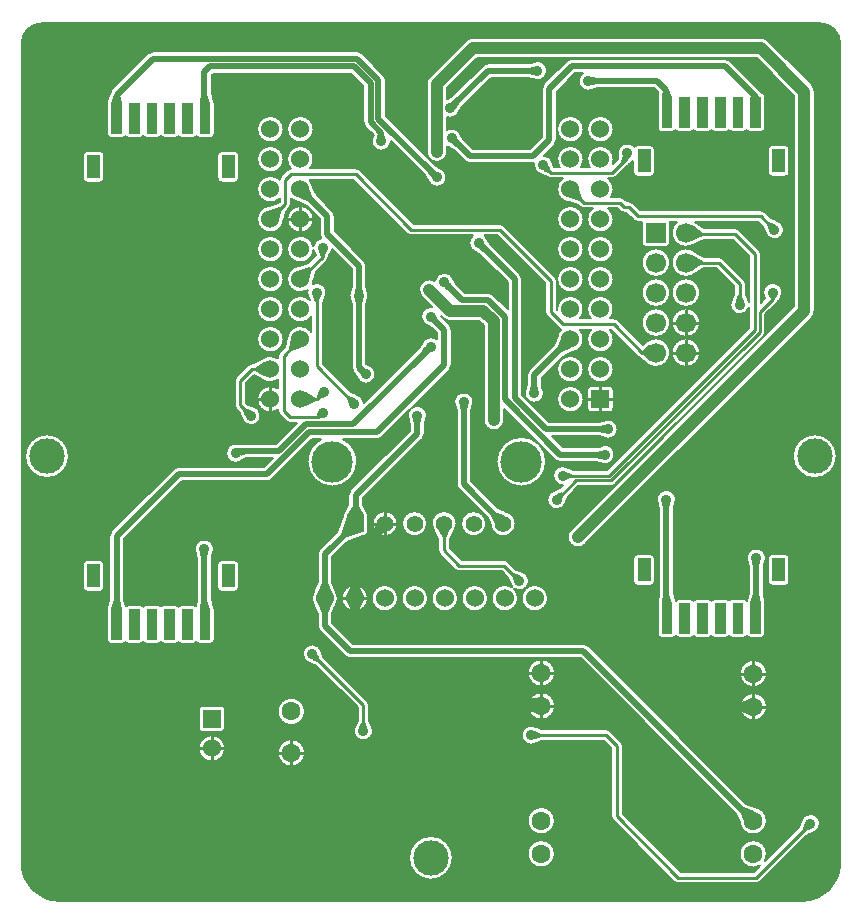
<source format=gbl>
G04 Layer: BottomLayer*
G04 EasyEDA Pro v1.6.32, 2023-12-29 17:47:12*
G04 Gerber Generator version 0.3*
G04 Scale: 100 percent, Rotated: No, Reflected: No*
G04 Dimensions in millimeters*
G04 Leading zeros omitted, absolute positions, 4 integers and 2 decimals*
%FSLAX42Y42*%
%MOMM*%
%ADD999C,0.2032*%
%ADD10C,0.254*%
%ADD11C,2.999999*%
%ADD12C,1.524*%
%ADD13C,1.599997*%
%ADD14C,3.500001*%
%ADD15C,1.399997*%
%ADD16C,1.599999*%
%ADD17C,1.699997*%
%ADD18C,0.610001*%
%ADD19C,0.9144*%
%ADD20C,0.6096*%
%ADD21C,1.016*%
%ADD22C,0.508*%
G75*


G04 Copper Start*
G36*
G01X-3150Y-3714D02*
G02X-3464Y-3400I0J314D01*
G01Y3550D01*
G02X-3300Y3714I164J0D01*
G01X3300D01*
G02X3464Y3550I0J-164D01*
G01Y-3400D01*
G02X3150Y-3714I-314J0D01*
G01X-3150D01*
G37*
%LPC*%
G36*
G01X-2586Y-1523D02*
G03X-2556Y-1539I30J20D01*
G01X-2466D01*
G03X-2436Y-1523I0J36D01*
G03X-2406Y-1539I30J20D01*
G01X-2316D01*
G03X-2286Y-1523I0J36D01*
G03X-2256Y-1539I30J20D01*
G01X-2166D01*
G03X-2136Y-1523I0J36D01*
G03X-2106Y-1539I30J20D01*
G01X-2016D01*
G03X-1986Y-1523I0J36D01*
G03X-1956Y-1539I30J20D01*
G01X-1866D01*
G03X-1830Y-1503I0J36D01*
G01Y-1243D01*
G03X-1832Y-1232I-36J0D01*
G01X-1856Y-1161D01*
G01Y-818D01*
G01X-1850Y-782D01*
G03X-1836Y-737I-68J45D01*
G03X-1918Y-655I-82J0D01*
G03X-1999Y-737I0J-82D01*
G03X-1986Y-782I82J0D01*
G01X-1979Y-818D01*
G01Y-1164D01*
G01X-1988Y-1221D01*
G03X-2016Y-1208I-28J-23D01*
G01X-2106D01*
G03X-2136Y-1224I0J-36D01*
G03X-2166Y-1208I-30J-20D01*
G01X-2256D01*
G03X-2286Y-1224I0J-36D01*
G03X-2316Y-1208I-30J-20D01*
G01X-2406D01*
G03X-2436Y-1224I0J-36D01*
G03X-2466Y-1208I-30J-20D01*
G01X-2556D01*
G03X-2585Y-1222I0J-36D01*
G01X-2600Y-1163D01*
G01Y-654D01*
G01X-2108Y-163D01*
G01X-1384D01*
G03X-1341Y-145I0J61D01*
G01X-1003Y193D01*
G01X-928D01*
G03X-1045Y4I94J-189D01*
G03X-834Y-207I211J0D01*
G03X-623Y4I0J211D01*
G03X-740Y193I-211J0D01*
G01X-457D01*
G03X-414Y211I0J61D01*
G01X158Y782D01*
G03X176Y826I-43J43D01*
G01Y1118D01*
G03X158Y1161I-61J0D01*
G01X101Y1218D01*
G01X86Y1240D01*
G01X104Y1221D01*
G03X165Y1196I61J61D01*
G01X409D01*
G01X447Y1158D01*
G01Y356D01*
G03X533Y269I87J0D01*
G03X620Y356I0J87D01*
G01Y449D01*
G01X1049Y20D01*
G03X1092Y2I43J43D01*
G01X1392D01*
G01X1428Y-4D01*
G03X1473Y-18I45J68D01*
G03X1555Y64I0J82D01*
G03X1473Y145I-82J0D01*
G03X1428Y131I0J-82D01*
G01X1392Y125D01*
G01X1118D01*
G01X1024Y218D01*
G01X1418D01*
G01X1454Y211D01*
G03X1499Y198I45J68D01*
G03X1580Y279I0J82D01*
G03X1499Y361I-82J0D01*
G03X1454Y347I0J-82D01*
G01X1418Y341D01*
G01X1003D01*
G01X772Y571D01*
G01Y1549D01*
G03X754Y1593I-61J0D01*
G01X507Y1840D01*
G01X486Y1870D01*
G03X455Y1920I-80J-16D01*
G01X564D01*
G01X967Y1517D01*
G01Y1270D01*
G03X982Y1236I49J0D01*
G01X1083Y1134D01*
G03X1103Y1122I34J34D01*
G03X1070Y1055I78J-81D01*
G01X1041Y988D01*
G01X833Y780D01*
G03X815Y737I43J-43D01*
G01Y665D01*
G01X808Y629D01*
G03X795Y584I68J-45D01*
G03X876Y503I82J0D01*
G03X958Y584I0J82D01*
G03X944Y629I-82J0D01*
G01X938Y665D01*
G01Y711D01*
G01X1128Y902D01*
G01X1195Y930D01*
G03X1293Y1041I-14J111D01*
G03X1261Y1120I-112J0D01*
G01X1355D01*
G03X1323Y1041I80J-78D01*
G03X1435Y929I112J0D01*
G03X1547Y1041I0J112D01*
G03X1515Y1120I-112J0D01*
G01X1529D01*
G01X1756Y893D01*
G03X1774Y882I34J34D01*
G01X1825Y836D01*
G03X1905Y806I80J91D01*
G03X2026Y927I0J121D01*
G03X1905Y1048I-121J0D01*
G03X1825Y1018I0J-121D01*
G01X1795Y991D01*
G01X1584Y1203D01*
G03X1549Y1217I-34J-34D01*
G01X1515D01*
G03X1547Y1295I-80J78D01*
G03X1435Y1407I-112J0D01*
G03X1323Y1295I0J-112D01*
G03X1355Y1217I112J0D01*
G01X1261D01*
G03X1293Y1295I-80J78D01*
G03X1181Y1407I-112J0D01*
G03X1069Y1295I0J-112D01*
G03X1070Y1285I112J0D01*
G01X1065Y1290D01*
G01Y1537D01*
G03X1050Y1571I-49J0D01*
G01X619Y2003D01*
G03X584Y2017I-34J-34D01*
G01X-145D01*
G01X-601Y2473D01*
G03X-635Y2487I-34J-34D01*
G01X-1025D01*
G03X-993Y2565I-80J78D01*
G03X-1105Y2677I-112J0D01*
G03X-1217Y2565I0J-112D01*
G03X-1185Y2487I112J0D01*
G03X-1215Y2473I4J-48D01*
G01X-1266Y2422D01*
G03X-1280Y2391I34J-34D01*
G03X-1359Y2423I-79J-80D01*
G03X-1471Y2311I0J-112D01*
G03X-1359Y2199I112J0D01*
G03X-1280Y2231I0J112D01*
G01Y2204D01*
G01X-1295Y2190D01*
G01X-1370Y2169D01*
G03X-1471Y2057I11J-111D01*
G03X-1359Y1945I112J0D01*
G03X-1247Y2046I0J112D01*
G01X-1226Y2121D01*
G01X-1198Y2150D01*
G03X-1183Y2184I-34J34D01*
G01Y2231D01*
G03X-1119Y2200I78J80D01*
G01X-1052Y2172D01*
G01X-938Y2057D01*
G01Y1930D01*
G03X-927Y1897I61J0D01*
G03X-995Y1826I13J-81D01*
G03X-1105Y1915I-110J-23D01*
G03X-1217Y1803I0J-112D01*
G03X-1105Y1691I112J0D01*
G03X-993Y1795I0J112D01*
G03X-979Y1767I79J21D01*
G01X-972Y1751D01*
G01X-1041Y1682D01*
G01X-1116Y1661D01*
G03X-1217Y1549I11J-111D01*
G03X-1105Y1437I112J0D01*
G03X-1044Y1455I0J112D01*
G03X-1047Y1435I79J-20D01*
G03X-1030Y1386I82J0D01*
G01X-1025Y1373D01*
G03X-1105Y1407I-80J-78D01*
G03X-1217Y1295I0J-112D01*
G03X-1105Y1183I112J0D01*
G03X-1014Y1230I0J112D01*
G01Y1106D01*
G03X-1105Y1153I-91J-65D01*
G03X-1216Y1053I0J-112D01*
G01X-1237Y977D01*
G01X-1279Y936D01*
G03X-1293Y902I34J-34D01*
G01Y878D01*
G03X-1359Y899I-66J-91D01*
G03X-1430Y874I0J-112D01*
G01X-1498Y836D01*
G01X-1511D01*
G03X-1546Y822I0J-49D01*
G01X-1647Y720D01*
G03X-1661Y686I34J-34D01*
G01Y483D01*
G03X-1647Y448I49J0D01*
G01X-1619Y420D01*
G01X-1605Y383D01*
G03X-1524Y312I81J11D01*
G03X-1442Y394I0J82D01*
G03X-1513Y474I-82J0D01*
G01X-1550Y488D01*
G01X-1564Y503D01*
G01Y666D01*
G01X-1494Y737D01*
G01X-1430Y701D01*
G03X-1359Y675I71J87D01*
G03X-1293Y697I0J112D01*
G01Y624D01*
G03X-1359Y645I-66J-91D01*
G03X-1471Y533I0J-112D01*
G03X-1359Y421I112J0D01*
G03X-1293Y443I0J112D01*
G01Y432D01*
G03X-1279Y397I49J0D01*
G01X-1228Y347D01*
G03X-1194Y332I34J34D01*
G01X-1130D01*
G01X-1308Y155D01*
G01X-1584D01*
G01X-1630D01*
G03X-1651Y158I-21J-79D01*
G03X-1733Y76I0J-82D01*
G03X-1651Y-5I82J0D01*
G03X-1588Y25I0J82D01*
G01X-1559Y32D01*
G01X-1337D01*
G01X-1410Y-40D01*
G01X-2134D01*
G03X-2177Y-58I0J-61D01*
G01X-2704Y-586D01*
G03X-2722Y-629I43J-43D01*
G01Y-1163D01*
G01X-2741Y-1234D01*
G03X-2742Y-1243I35J-9D01*
G01Y-1503D01*
G03X-2706Y-1539I36J0D01*
G01X-2616D01*
G03X-2586Y-1523I0J36D01*
G37*
G36*
G01X1245Y-722D02*
G03X1306Y-696I0J87D01*
G01X3224Y1221D01*
G03X3249Y1283I-61J61D01*
G01Y3137D01*
G03X3224Y3198I-87J0D01*
G01X2855Y3566D01*
G03X2794Y3592I-61J-61D01*
G01X787D01*
G01X356D01*
G03X294Y3566I0J-87D01*
G01X-10Y3262D01*
G03X-36Y3200I61J-61D01*
G01Y2629D01*
G03X51Y2542I87J0D01*
G03X137Y2629I0J87D01*
G01Y2672D01*
G03X162Y2663I40J71D01*
G01X192Y2643D01*
G01X287Y2548D01*
G03X330Y2530I43J43D01*
G01X864D01*
G03X872I0J61D01*
G03X871Y2515I80J-16D01*
G03X941Y2434I82J0D01*
G01X979Y2420D01*
G01X982Y2417D01*
G03X1016Y2403I34J34D01*
G01X1116D01*
G03X1069Y2311I65J-91D01*
G03X1170Y2200I112J0D01*
G01X1245Y2179D01*
G01X1261Y2163D01*
G03X1295Y2149I34J34D01*
G01X1370D01*
G03X1323Y2057I65J-91D01*
G03X1435Y1945I112J0D01*
G03X1547Y2057I0J112D01*
G03X1500Y2149I-112J0D01*
G01X1580D01*
G01X1604Y2125D01*
G03X1638Y2110I34J34D01*
G01X1656D01*
G01X1718Y2048D01*
G03X1753Y2034I34J34D01*
G01X1785D01*
G03X1784Y2028I35J-6D01*
G01Y1858D01*
G03X1820Y1822I36J0D01*
G01X1990D01*
G03X2026Y1858I0J36D01*
G01Y2028D01*
G03X2025Y2034I-36J0D01*
G01X2080D01*
G03X2038Y1943I79J-91D01*
G03X2159Y1822I121J0D01*
G03X2222Y1840I0J121D01*
G01X2309Y1882D01*
G01X2558D01*
G01X2695Y1745D01*
G01Y1356D01*
G03X2681Y1383I-78J-22D01*
G01X2665Y1419D01*
G01Y1511D01*
G03X2651Y1546I-49J0D01*
G01X2473Y1723D01*
G03X2438Y1738I-34J-34D01*
G01X2313D01*
G01X2236Y1782D01*
G03X2159Y1810I-77J-93D01*
G03X2038Y1689I0J-121D01*
G03X2159Y1568I121J0D01*
G03X2236Y1596I0J121D01*
G01X2313Y1641D01*
G01X2418D01*
G01X2568Y1491D01*
G01Y1419D01*
G01X2551Y1383D01*
G03X2535Y1334I65J-49D01*
G03X2616Y1252I82J0D01*
G03X2695Y1311I0J82D01*
G01Y1138D01*
G01X1491Y-66D01*
G01X1203D01*
G01X1167Y-49D01*
G03X1118Y-33I-49J-65D01*
G03X1036Y-114I0J-82D01*
G03X1118Y-196I82J0D01*
G01X1120D01*
G01X1093Y-223D01*
G01X1056Y-237D01*
G03X985Y-317I11J-81D01*
G03X1067Y-399I82J0D01*
G03X1148Y-329I0J82D01*
G01X1162Y-291D01*
G01X1249Y-203D01*
G01X1528D01*
G03X1562Y-189I0J49D01*
G01X2818Y1066D01*
G03X2832Y1101I-34J34D01*
G01Y1252D01*
G01X2930Y1350D01*
G03X2940Y1365I-34J34D01*
G01X2948Y1373D01*
G03X2957Y1381I-52J63D01*
G03X2977Y1435I-61J54D01*
G03X2896Y1517I-82J0D01*
G03X2814Y1435I0J-82D01*
G03X2830Y1387I82J0D01*
G01X2792Y1349D01*
G01Y1765D01*
G03X2778Y1800I-49J0D01*
G01X2612Y1965D01*
G03X2578Y1979I-34J-34D01*
G01X2316D01*
G01X2248Y2025D01*
G03X2238Y2034I-89J-82D01*
G01X2774D01*
G01X2814Y1995D01*
G01X2828Y1957D01*
G03X2908Y1887I81J11D01*
G03X2990Y1969I0J82D01*
G03X2919Y2049I-82J0D01*
G01X2882Y2063D01*
G01X2828Y2117D01*
G03X2794Y2131I-34J-34D01*
G01X1773D01*
G01X1711Y2193D01*
G03X1676Y2208I-34J-34D01*
G01X1658D01*
G01X1635Y2231D01*
G03X1600Y2246I-34J-34D01*
G01X1526D01*
G03X1547Y2311I-91J66D01*
G03X1500Y2403I-112J0D01*
G01X1537D01*
G03X1571Y2417I0J49D01*
G01X1668Y2514D01*
G01X1714Y2552D01*
G01Y2453D01*
G03X1750Y2418I36J0D01*
G01X1860D01*
G03X1896Y2453I0J36D01*
G01Y2648D01*
G03X1860Y2684I-36J0D01*
G01X1750D01*
G03X1723Y2672I0J-36D01*
G03X1664Y2698I-59J-56D01*
G03X1582Y2616I0J-82D01*
G03X1587Y2588I82J0D01*
G01X1581Y2564D01*
G01X1538Y2521D01*
G03X1547Y2565I-103J44D01*
G03X1435Y2677I-112J0D01*
G03X1323Y2565I0J-112D01*
G03X1344Y2500I112J0D01*
G01X1272D01*
G03X1293Y2565I-91J66D01*
G03X1181Y2677I-112J0D01*
G03X1069Y2565I0J-112D01*
G03X1090Y2500I112J0D01*
G01X1043D01*
G01X1033Y2526D01*
G03X955Y2596I-81J-11D01*
G01X1047Y2687D01*
G03X1065Y2731I-43J43D01*
G01Y3137D01*
G01X1219Y3292D01*
G01X1285D01*
G03X1252Y3226I48J-66D01*
G03X1334Y3144I82J0D01*
G03X1379Y3158I0J82D01*
G01X1415Y3165D01*
G01X1892D01*
G01X1927Y3130D01*
G01X1920Y3099D01*
G03X1919Y3091I35J-8D01*
G01Y2831D01*
G03X1955Y2795I36J0D01*
G01X2045D01*
G03X2075Y2811I0J36D01*
G03X2105Y2795I30J20D01*
G01X2195D01*
G03X2225Y2811I0J36D01*
G03X2255Y2795I30J20D01*
G01X2345D01*
G03X2375Y2811I0J36D01*
G03X2405Y2795I30J20D01*
G01X2495D01*
G03X2525Y2811I0J36D01*
G03X2555Y2795I30J20D01*
G01X2645D01*
G03X2675Y2811I0J36D01*
G03X2705Y2795I30J20D01*
G01X2795D01*
G03X2831Y2831I0J36D01*
G01Y3091D01*
G03X2801Y3126I-36J0D01*
G03X2793Y3135I-51J-34D01*
G01X2532Y3396D01*
G03X2489Y3414I-43J-43D01*
G01X1194D01*
G03X1151Y3396I0J-61D01*
G01X960Y3206D01*
G03X942Y3162I43J-43D01*
G01Y2756D01*
G01X838Y2652D01*
G01X356D01*
G01X278Y2729D01*
G01X258Y2759D01*
G03X178Y2825I-80J-16D01*
G03X137Y2814I0J-82D01*
G01Y2921D01*
G03X165Y2916I28J77D01*
G03X245Y2981I0J82D01*
G01X266Y3011D01*
G01X508Y3253D01*
G01X821D01*
G01X857Y3247D01*
G03X902Y3233I45J68D01*
G03X983Y3315I0J82D01*
G03X902Y3396I-82J0D01*
G03X857Y3383I0J-82D01*
G01X821Y3376D01*
G01X483D01*
G03X439Y3358I0J-61D01*
G01X179Y3098D01*
G01X149Y3077D01*
G03X137Y3074I16J-80D01*
G01Y3165D01*
G01X391Y3419D01*
G01X787D01*
G01X2758D01*
G01X3076Y3101D01*
G01Y1319D01*
G01X1183Y-574D01*
G03X1158Y-635I61J-61D01*
G03X1245Y-722I87J0D01*
G37*
G36*
G01X2614Y-3051D02*
G03X2729Y-3153I115J14D01*
G03X2845Y-3037I0J116D01*
G03X2743Y-2922I-116J0D01*
G01X2671Y-2893D01*
G01X1335Y-1557D01*
G03X1292Y-1539I-43J-43D01*
G01X-660D01*
G01X-836Y-1363D01*
G01Y-1288D01*
G01X-809Y-1221D01*
G03X-786Y-1152I-88J69D01*
G03X-809Y-1083I-112J0D01*
G01X-836Y-1015D01*
G01Y-806D01*
G01X-706Y-675D01*
G01X-575Y-627D01*
G01X-568D01*
G03X-532Y-591I0J36D01*
G01Y-451D01*
G03X-537Y-433I-36J0D01*
G01X-576Y-365D01*
G01Y-307D01*
G01X-71Y198D01*
G03X-53Y241I-43J43D01*
G01Y313D01*
G01X-46Y349D01*
G03X-33Y394I-68J45D01*
G03X-114Y475I-82J0D01*
G03X-196Y394I0J-82D01*
G03X-182Y349I82J0D01*
G01X-176Y313D01*
G01Y267D01*
G01X-681Y-239D01*
G03X-699Y-282I43J-43D01*
G01Y-365D01*
G01X-739Y-433D01*
G03X-744Y-451I31J-18D01*
G01Y-458D01*
G01X-792Y-589D01*
G01X-941Y-737D01*
G03X-959Y-781I43J-43D01*
G01Y-1015D01*
G01X-986Y-1083D01*
G03X-1010Y-1152I88J-69D01*
G03X-986Y-1221I112J0D01*
G01X-959Y-1288D01*
G01Y-1388D01*
G03X-941Y-1432I61J0D01*
G01X-729Y-1643D01*
G03X-686Y-1661I43J43D01*
G01X1267D01*
G01X2585Y-2979D01*
G01X2614Y-3051D01*
G37*
G36*
G01X2061Y-3552D02*
G03X2096Y-3566I34J34D01*
G01X2756D01*
G03X2790Y-3552I0J49D01*
G01X3187Y-3155D01*
G01X3224Y-3141D01*
G03X3295Y-3061I-11J81D01*
G03X3213Y-2979I-82J0D01*
G03X3132Y-3050I0J-82D01*
G01X3118Y-3087D01*
G01X2829Y-3376D01*
G03X2845Y-3317I-100J59D01*
G03X2729Y-3201I-116J0D01*
G03X2613Y-3317I0J-116D01*
G03X2729Y-3433I116J0D01*
G03X2788Y-3417I0J116D01*
G01X2736Y-3469D01*
G01X2116D01*
G01X1623Y-2977D01*
G01Y-2400D01*
G03X1609Y-2366I-49J0D01*
G01X1520Y-2277D01*
G03X1486Y-2263I-34J-34D01*
G01X936D01*
G01X900Y-2246D01*
G03X851Y-2230I-49J-65D01*
G03X769Y-2311I0J-82D01*
G03X851Y-2393I82J0D01*
G03X900Y-2376I0J82D01*
G01X936Y-2360D01*
G01X1466D01*
G01X1526Y-2420D01*
G01Y-2997D01*
G03X1540Y-3032I49J0D01*
G01X2061Y-3552D01*
G37*
G36*
G01X-29Y2397D02*
G03X51Y2331I80J16D01*
G03X132Y2413I0J82D01*
G03X67Y2493I-82J0D01*
G01X37Y2514D01*
G01X-383Y2934D01*
G01Y3238D01*
G01Y3239D01*
G03X-401Y3282I-61J0D01*
G01X-579Y3460D01*
G03X-622Y3478I-43J-43D01*
G01X-2349D01*
G03X-2393Y3460I0J-61D01*
G01X-2704Y3148D01*
G03X-2722Y3111I43J-43D01*
G01X-2740Y3050D01*
G03X-2742Y3040I34J-10D01*
G01Y2780D01*
G03X-2706Y2744I36J0D01*
G01X-2616D01*
G03X-2586Y2761I0J36D01*
G03X-2556Y2744I30J20D01*
G01X-2466D01*
G03X-2436Y2761I0J36D01*
G03X-2406Y2744I30J20D01*
G01X-2316D01*
G03X-2286Y2761I0J36D01*
G03X-2256Y2744I30J20D01*
G01X-2166D01*
G03X-2136Y2761I0J36D01*
G03X-2106Y2744I30J20D01*
G01X-2016D01*
G03X-1986Y2761I0J36D01*
G03X-1956Y2744I30J20D01*
G01X-1866D01*
G03X-1830Y2780I0J36D01*
G01Y3040D01*
G03X-1832Y3052I-36J0D01*
G01X-1856Y3122D01*
G01Y3277D01*
G01X-1844Y3289D01*
G01X-675D01*
G01X-572Y3186D01*
G01Y2881D01*
G03X-554Y2838I61J0D01*
G01X-485Y2769D01*
G01X-487Y2763D01*
G03X-501Y2718I68J-46D01*
G03X-419Y2636I82J0D01*
G03X-338Y2715I0J82D01*
G01X-50Y2427D01*
G01X-29Y2397D01*
G37*
G36*
G01X2075Y-1472D02*
G03X2105Y-1488I30J20D01*
G01X2195D01*
G03X2225Y-1472I0J36D01*
G03X2255Y-1488I30J20D01*
G01X2345D01*
G03X2375Y-1472I0J36D01*
G03X2405Y-1488I30J20D01*
G01X2495D01*
G03X2525Y-1472I0J36D01*
G03X2555Y-1488I30J20D01*
G01X2645D01*
G03X2675Y-1472I0J36D01*
G03X2705Y-1488I30J20D01*
G01X2795D01*
G03X2831Y-1453I0J36D01*
G01Y-1193D01*
G03X2830Y-1186I-36J0D01*
G01X2817Y-1113D01*
G01Y-894D01*
G01X2824Y-858D01*
G03X2837Y-813I-68J45D01*
G03X2756Y-731I-82J0D01*
G03X2674Y-813I0J-82D01*
G03X2688Y-858I82J0D01*
G01X2695Y-894D01*
G01Y-1111D01*
G01X2674Y-1172D01*
G03X2645Y-1157I-29J-21D01*
G01X2555D01*
G03X2525Y-1173I0J-36D01*
G03X2495Y-1157I-30J-20D01*
G01X2405D01*
G03X2375Y-1173I0J-36D01*
G03X2345Y-1157I-30J-20D01*
G01X2255D01*
G03X2225Y-1173I0J-36D01*
G03X2195Y-1157I-30J-20D01*
G01X2105D01*
G03X2076Y-1172I0J-36D01*
G01X2055Y-1111D01*
G01Y-399D01*
G01X2062Y-363D01*
G03X2075Y-317I-68J45D01*
G03X1994Y-236I-82J0D01*
G03X1912Y-317I0J-82D01*
G03X1926Y-363I82J0D01*
G01X1933Y-399D01*
G01Y-1113D01*
G01X1920Y-1186D01*
G03X1919Y-1193I35J-6D01*
G01Y-1453D01*
G03X1955Y-1488I36J0D01*
G01X2045D01*
G03X2075Y-1472I0J36D01*
G37*
G36*
G01X514Y-1152D02*
G03X626Y-1264I112J0D01*
G03X738Y-1152I0J112D01*
G03X704Y-1071I-112J0D01*
G03X749Y-1085I45J68D01*
G03X831Y-1003I0J82D01*
G03X760Y-923I-82J0D01*
G01X723Y-909D01*
G01X657Y-842D01*
G03X622Y-828I-34J-34D01*
G01X261D01*
G01X161Y-727D01*
G01Y-649D01*
G01X195Y-587D01*
G03X218Y-521I-82J67D01*
G03X112Y-415I-106J0D01*
G03X6Y-521I0J-106D01*
G03X30Y-587I106J0D01*
G01X64Y-649D01*
G01Y-747D01*
G03X78Y-782I49J0D01*
G01X207Y-911D01*
G03X241Y-925I34J34D01*
G01X602D01*
G01X655Y-977D01*
G01X669Y-1014D01*
G03X691Y-1060I81J11D01*
G03X626Y-1040I-65J-92D01*
G03X514Y-1152I0J-112D01*
G37*
G36*
G01X507Y-535D02*
G03X612Y-627I105J14D01*
G03X718Y-521I0J106D01*
G03X626Y-416I-106J0D01*
G01X567Y-389D01*
G01X341Y-162D01*
G01Y427D01*
G01X347Y463D01*
G03X361Y508I-68J45D01*
G03X279Y590I-82J0D01*
G03X198Y508I0J-82D01*
G03X211Y463I82J0D01*
G01X218Y427D01*
G01Y-188D01*
G03X236Y-231I61J0D01*
G01X480Y-475D01*
G01X507Y-535D01*
G37*
G36*
G01X-653Y-2273D02*
G03X-571Y-2355I82J0D01*
G03X-490Y-2273I0J82D01*
G03X-506Y-2224I-82J0D01*
G01X-523Y-2188D01*
G01Y-2057D01*
G03X-537Y-2023I-49J0D01*
G01X-909Y-1652D01*
G01X-923Y-1614D01*
G03X-1003Y-1544I-81J-11D01*
G03X-1085Y-1626I0J-82D01*
G03X-1014Y-1706I82J0D01*
G01X-977Y-1720D01*
G01X-620Y-2077D01*
G01Y-2188D01*
G01X-637Y-2224D01*
G03X-653Y-2273I65J-49D01*
G37*
G36*
G01X555Y4D02*
G03X766Y-207I211J0D01*
G03X977Y4I0J211D01*
G03X766Y215I-211J0D01*
G03X555Y4I0J-211D01*
G37*
G36*
G01X3064Y50D02*
G03X3250Y-136I186J0D01*
G03X3436Y50I0J186D01*
G03X3250Y236I-186J0D01*
G03X3064Y50I0J-186D01*
G37*
G36*
G01X-3436Y50D02*
G03X-3250Y-136I186J0D01*
G03X-3064Y50I0J186D01*
G03X-3250Y236I-186J0D01*
G03X-3436Y50I0J-186D01*
G37*
G36*
G01X0Y-3536D02*
G03X186Y-3350I0J186D01*
G03X0Y-3164I-186J0D01*
G03X-186Y-3350I0J-186D01*
G03X0Y-3536I186J0D01*
G37*
G36*
G01X2159Y1314D02*
G03X2280Y1435I0J121D01*
G03X2159Y1556I-121J0D01*
G03X2038Y1435I0J-121D01*
G03X2159Y1314I121J0D01*
G37*
G36*
G01X1784Y1689D02*
G03X1905Y1568I121J0D01*
G03X2026Y1689I0J121D01*
G03X1905Y1810I-121J0D01*
G03X1784Y1689I0J-121D01*
G37*
G36*
G01X1784Y1435D02*
G03X1905Y1314I121J0D01*
G03X2026Y1435I0J121D01*
G03X1905Y1556I-121J0D01*
G03X1784Y1435I0J-121D01*
G37*
G36*
G01X2159Y1060D02*
G03X2280Y1181I0J121D01*
G03X2159Y1302I-121J0D01*
G03X2038Y1181I0J-121D01*
G03X2159Y1060I121J0D01*
G37*
G36*
G01X1784Y1181D02*
G03X1905Y1060I121J0D01*
G03X2026Y1181I0J121D01*
G03X1905Y1302I-121J0D01*
G03X1784Y1181I0J-121D01*
G37*
G36*
G01X2159Y806D02*
G03X2280Y927I0J121D01*
G03X2159Y1048I-121J0D01*
G03X2038Y927I0J-121D01*
G03X2159Y806I121J0D01*
G37*
G36*
G01X2731Y-1906D02*
G03X2846Y-1790I0J116D01*
G03X2731Y-1674I-116J0D01*
G03X2615Y-1790I0J-116D01*
G03X2731Y-1906I116J0D01*
G37*
G36*
G01X2615Y-2070D02*
G03X2731Y-2186I116J0D01*
G03X2846Y-2070I0J116D01*
G03X2731Y-1954I-116J0D01*
G03X2615Y-2070I0J-116D01*
G37*
G36*
G01X934Y-3432D02*
G03X1050Y-3316I0J116D01*
G03X934Y-3200I-116J0D01*
G03X819Y-3316I0J-116D01*
G03X934Y-3432I116J0D01*
G37*
G36*
G01X936Y-1900D02*
G03X1052Y-1784I0J116D01*
G03X936Y-1668I-116J0D01*
G03X820Y-1784I0J-116D01*
G03X936Y-1900I116J0D01*
G37*
G36*
G01X934Y-3152D02*
G03X1050Y-3036I0J116D01*
G03X934Y-2920I-116J0D01*
G03X819Y-3036I0J-116D01*
G03X934Y-3152I116J0D01*
G37*
G36*
G01X936Y-2180D02*
G03X1052Y-2064I0J116D01*
G03X936Y-1948I-116J0D01*
G03X820Y-2064I0J-116D01*
G03X936Y-2180I116J0D01*
G37*
G36*
G01X-1181Y-2227D02*
G03X-1065Y-2111I0J116D01*
G03X-1181Y-1995I-116J0D01*
G03X-1297Y-2111I0J-116D01*
G03X-1181Y-2227I116J0D01*
G37*
G36*
G01X-1297Y-2461D02*
G03X-1181Y-2577I116J0D01*
G03X-1065Y-2461I0J116D01*
G03X-1181Y-2345I-116J0D01*
G03X-1297Y-2461I0J-116D01*
G37*
G36*
G01X1511Y421D02*
G03X1547Y457I0J36D01*
G01Y610D01*
G03X1511Y645I-36J0D01*
G01X1359D01*
G03X1323Y610I0J-36D01*
G01Y457D01*
G03X1359Y421I36J0D01*
G01X1511D01*
G37*
G36*
G01X1069Y533D02*
G03X1181Y421I112J0D01*
G03X1293Y533I0J112D01*
G03X1181Y645I-112J0D01*
G03X1069Y533I0J-112D01*
G37*
G36*
G01X118Y-1264D02*
G03X230Y-1152I0J112D01*
G03X118Y-1040I-112J0D01*
G03X6Y-1152I0J-112D01*
G03X118Y-1264I112J0D01*
G37*
G36*
G01X-248Y-1152D02*
G03X-136Y-1264I112J0D01*
G03X-24Y-1152I0J112D01*
G03X-136Y-1040I-112J0D01*
G03X-248Y-1152I0J-112D01*
G37*
G36*
G01X-390Y-1264D02*
G03X-278Y-1152I0J112D01*
G03X-390Y-1040I-112J0D01*
G03X-502Y-1152I0J-112D01*
G03X-390Y-1264I112J0D01*
G37*
G36*
G01X372Y-1264D02*
G03X484Y-1152I0J112D01*
G03X372Y-1040I-112J0D01*
G03X260Y-1152I0J-112D01*
G03X372Y-1264I112J0D01*
G37*
G36*
G01X1435Y675D02*
G03X1547Y787I0J112D01*
G03X1435Y899I-112J0D01*
G03X1323Y787I0J-112D01*
G03X1435Y675I112J0D01*
G37*
G36*
G01X1181Y675D02*
G03X1293Y787I0J112D01*
G03X1181Y899I-112J0D01*
G03X1069Y787I0J-112D01*
G03X1181Y675I112J0D01*
G37*
G36*
G01X768Y-1152D02*
G03X880Y-1264I112J0D01*
G03X992Y-1152I0J112D01*
G03X880Y-1040I-112J0D01*
G03X768Y-1152I0J-112D01*
G37*
G36*
G01X-1471Y1295D02*
G03X-1359Y1183I112J0D01*
G03X-1247Y1295I0J112D01*
G03X-1359Y1407I-112J0D01*
G03X-1471Y1295I0J-112D01*
G37*
G36*
G01X1435Y2707D02*
G03X1547Y2819I0J112D01*
G03X1435Y2931I-112J0D01*
G03X1323Y2819I0J-112D01*
G03X1435Y2707I112J0D01*
G37*
G36*
G01X-1359Y1437D02*
G03X-1247Y1549I0J112D01*
G03X-1359Y1661I-112J0D01*
G03X-1471Y1549I0J-112D01*
G03X-1359Y1437I112J0D01*
G37*
G36*
G01X-1359Y929D02*
G03X-1247Y1041I0J112D01*
G03X-1359Y1153I-112J0D01*
G03X-1471Y1041I0J-112D01*
G03X-1359Y929I112J0D01*
G37*
G36*
G01X-644Y-1264D02*
G03X-532Y-1152I0J112D01*
G03X-644Y-1040I-112J0D01*
G03X-756Y-1152I0J-112D01*
G03X-644Y-1264I112J0D01*
G37*
G36*
G01X-1359Y1691D02*
G03X-1247Y1803I0J112D01*
G03X-1359Y1915I-112J0D01*
G03X-1471Y1803I0J-112D01*
G03X-1359Y1691I112J0D01*
G37*
G36*
G01X1069Y1549D02*
G03X1181Y1437I112J0D01*
G03X1293Y1549I0J112D01*
G03X1181Y1661I-112J0D01*
G03X1069Y1549I0J-112D01*
G37*
G36*
G01X-1471Y2565D02*
G03X-1359Y2453I112J0D01*
G03X-1247Y2565I0J112D01*
G03X-1359Y2677I-112J0D01*
G03X-1471Y2565I0J-112D01*
G37*
G36*
G01X1069Y2057D02*
G03X1181Y1945I112J0D01*
G03X1293Y2057I0J112D01*
G03X1181Y2169I-112J0D01*
G03X1069Y2057I0J-112D01*
G37*
G36*
G01X-1471Y2819D02*
G03X-1359Y2707I112J0D01*
G03X-1247Y2819I0J112D01*
G03X-1359Y2931I-112J0D01*
G03X-1471Y2819I0J-112D01*
G37*
G36*
G01X-1217Y2057D02*
G03X-1105Y1945I112J0D01*
G03X-993Y2057I0J112D01*
G03X-1105Y2169I-112J0D01*
G03X-1217Y2057I0J-112D01*
G37*
G36*
G01X-1854Y-2536D02*
G03X-1742Y-2424I0J112D01*
G03X-1854Y-2312I-112J0D01*
G03X-1966Y-2424I0J-112D01*
G03X-1854Y-2536I112J0D01*
G37*
G36*
G01X1435Y1437D02*
G03X1547Y1549I0J112D01*
G03X1435Y1661I-112J0D01*
G03X1323Y1549I0J-112D01*
G03X1435Y1437I112J0D01*
G37*
G36*
G01X-1966Y-2250D02*
G03X-1930Y-2286I36J0D01*
G01X-1778D01*
G03X-1742Y-2250I0J36D01*
G01Y-2097D01*
G03X-1778Y-2062I-36J0D01*
G01X-1930D01*
G03X-1966Y-2097I0J-36D01*
G01Y-2250D01*
G37*
G36*
G01X1323Y1803D02*
G03X1435Y1691I112J0D01*
G03X1547Y1803I0J112D01*
G03X1435Y1915I-112J0D01*
G03X1323Y1803I0J-112D01*
G37*
G36*
G01X-1217Y2819D02*
G03X-1105Y2707I112J0D01*
G03X-993Y2819I0J112D01*
G03X-1105Y2931I-112J0D01*
G03X-1217Y2819I0J-112D01*
G37*
G36*
G01X1069Y1803D02*
G03X1181Y1691I112J0D01*
G03X1293Y1803I0J112D01*
G03X1181Y1915I-112J0D01*
G03X1069Y1803I0J-112D01*
G37*
G36*
G01X1181Y2707D02*
G03X1293Y2819I0J112D01*
G03X1181Y2931I-112J0D01*
G03X1069Y2819I0J-112D01*
G03X1181Y2707I112J0D01*
G37*
G36*
G01X-2801Y-1097D02*
G03X-2765Y-1061I0J36D01*
G01Y-866D01*
G03X-2801Y-830I-36J0D01*
G01X-2911D01*
G03X-2947Y-866I0J-36D01*
G01Y-1061D01*
G03X-2911Y-1097I36J0D01*
G01X-2801D01*
G37*
G36*
G01X-1807Y-1061D02*
G03X-1771Y-1097I36J0D01*
G01X-1661D01*
G03X-1625Y-1061I0J36D01*
G01Y-866D01*
G03X-1661Y-830I-36J0D01*
G01X-1771D01*
G03X-1807Y-866I0J-36D01*
G01Y-1061D01*
G37*
G36*
G01X2854Y-1010D02*
G03X2890Y-1046I36J0D01*
G01X3000D01*
G03X3036Y-1010I0J36D01*
G01Y-815D01*
G03X3000Y-779I-36J0D01*
G01X2890D01*
G03X2854Y-815I0J-36D01*
G01Y-1010D01*
G37*
G36*
G01X1714Y-1010D02*
G03X1750Y-1046I36J0D01*
G01X1860D01*
G03X1896Y-1010I0J36D01*
G01Y-815D01*
G03X1860Y-779I-36J0D01*
G01X1750D01*
G03X1714Y-815I0J-36D01*
G01Y-1010D01*
G37*
G36*
G01X-2947Y2403D02*
G03X-2911Y2367I36J0D01*
G01X-2801D01*
G03X-2765Y2403I0J36D01*
G01Y2598D01*
G03X-2801Y2633I-36J0D01*
G01X-2911D01*
G03X-2947Y2598I0J-36D01*
G01Y2403D01*
G37*
G36*
G01X2854Y2453D02*
G03X2890Y2418I36J0D01*
G01X3000D01*
G03X3036Y2453I0J36D01*
G01Y2648D01*
G03X3000Y2684I-36J0D01*
G01X2890D01*
G03X2854Y2648I0J-36D01*
G01Y2453D01*
G37*
G36*
G01X-1661Y2367D02*
G03X-1625Y2403I0J36D01*
G01Y2598D01*
G03X-1661Y2633I-36J0D01*
G01X-1771D01*
G03X-1807Y2598I0J-36D01*
G01Y2403D01*
G03X-1771Y2367I36J0D01*
G01X-1661D01*
G37*
G36*
G01X362Y-627D02*
G03X468Y-521I0J106D01*
G03X362Y-415I-106J0D01*
G03X256Y-521I0J-106D01*
G03X362Y-627I106J0D01*
G37*
G36*
G01X-388Y-627D02*
G03X-282Y-521I0J106D01*
G03X-388Y-415I-106J0D01*
G03X-494Y-521I0J-106D01*
G03X-388Y-627I106J0D01*
G37*
G36*
G01X-138Y-627D02*
G03X-32Y-521I0J106D01*
G03X-138Y-415I-106J0D01*
G03X-244Y-521I0J-106D01*
G03X-138Y-627I106J0D01*
G37*
%LPD*%
G36*
G01X-101Y964D02*
G01X-566Y498D01*
G03X-637Y576I-81J-3D01*
G01X-674Y590D01*
G01X-917Y833D01*
G01Y1350D01*
G01X-900Y1386D01*
G03X-884Y1435I-65J49D01*
G03X-965Y1517I-82J0D01*
G03X-1001Y1509I0J-82D01*
G03X-993Y1538I-104J41D01*
G01X-972Y1613D01*
G01X-880Y1706D01*
G03X-867Y1730I-34J34D01*
G01X-850Y1767D01*
G03X-834Y1802I-65J49D01*
G01X-671Y1638D01*
G01Y1491D01*
G01X-678Y1455D01*
G03X-691Y1410I68J-45D01*
G03X-678Y1365I82J0D01*
G01X-671Y1329D01*
G01Y804D01*
G03X-653Y761I61J0D01*
G01X-652Y760D01*
G01X-631Y729D01*
G03X-551Y664I80J16D01*
G03X-469Y746I0J82D01*
G03X-535Y826I-82J0D01*
G01X-548Y835D01*
G01Y1329D01*
G01X-542Y1365D01*
G03X-528Y1410I-68J45D01*
G03X-542Y1455I-82J0D01*
G01X-548Y1491D01*
G01Y1664D01*
G03X-566Y1707I-61J0D01*
G01X-815Y1956D01*
G01Y2083D01*
G03X-833Y2126I-61J0D01*
G01X-965Y2258D01*
G01X-994Y2325D01*
G03X-1025Y2390I-111J-14D01*
G01X-655D01*
G01X-199Y1934D01*
G03X-165Y1920I34J34D01*
G01X358D01*
G03X325Y1854I48J-66D01*
G03X390Y1774I82J0D01*
G01X420Y1754D01*
G01X650Y1524D01*
G01Y1293D01*
G01X526Y1417D01*
G03X482Y1435I-43J-43D01*
G01X290D01*
G01X215Y1510D01*
G01X194Y1540D01*
G03X114Y1606I-80J-16D01*
G03X33Y1534I0J-82D01*
G03X-13Y1547I-46J-73D01*
G03X-99Y1461I0J-87D01*
G03X-74Y1399I87J0D01*
G01X13Y1312D01*
G03X0Y1313I-13J-81D01*
G03X-82Y1232I0J-82D01*
G03X-16Y1152I82J0D01*
G01X14Y1131D01*
G01X53Y1092D01*
G01Y1040D01*
G03X0Y1059I-53J-62D01*
G03X-80Y994I0J-82D01*
G01X-101Y964D01*
G37*
G54D999*
G01X-3150Y-3714D02*
G02X-3464Y-3400I0J314D01*
G01Y3550D01*
G02X-3300Y3714I164J0D01*
G01X3300D01*
G02X3464Y3550I0J-164D01*
G01Y-3400D01*
G02X3150Y-3714I-314J0D01*
G01X-3150D01*
G01X-2586Y-1523D02*
G03X-2556Y-1539I30J20D01*
G01X-2466D01*
G03X-2436Y-1523I0J36D01*
G03X-2406Y-1539I30J20D01*
G01X-2316D01*
G03X-2286Y-1523I0J36D01*
G03X-2256Y-1539I30J20D01*
G01X-2166D01*
G03X-2136Y-1523I0J36D01*
G03X-2106Y-1539I30J20D01*
G01X-2016D01*
G03X-1986Y-1523I0J36D01*
G03X-1956Y-1539I30J20D01*
G01X-1866D01*
G03X-1830Y-1503I0J36D01*
G01Y-1243D01*
G03X-1832Y-1232I-36J0D01*
G01X-1856Y-1161D01*
G01Y-818D01*
G01X-1850Y-782D01*
G03X-1836Y-737I-68J45D01*
G03X-1918Y-655I-82J0D01*
G03X-1999Y-737I0J-82D01*
G03X-1986Y-782I82J0D01*
G01X-1979Y-818D01*
G01Y-1164D01*
G01X-1988Y-1221D01*
G03X-2016Y-1208I-28J-23D01*
G01X-2106D01*
G03X-2136Y-1224I0J-36D01*
G03X-2166Y-1208I-30J-20D01*
G01X-2256D01*
G03X-2286Y-1224I0J-36D01*
G03X-2316Y-1208I-30J-20D01*
G01X-2406D01*
G03X-2436Y-1224I0J-36D01*
G03X-2466Y-1208I-30J-20D01*
G01X-2556D01*
G03X-2585Y-1222I0J-36D01*
G01X-2600Y-1163D01*
G01Y-654D01*
G01X-2108Y-163D01*
G01X-1384D01*
G03X-1341Y-145I0J61D01*
G01X-1003Y193D01*
G01X-928D01*
G03X-1045Y4I94J-189D01*
G03X-834Y-207I211J0D01*
G03X-623Y4I0J211D01*
G03X-740Y193I-211J0D01*
G01X-457D01*
G03X-414Y211I0J61D01*
G01X158Y782D01*
G03X176Y826I-43J43D01*
G01Y1118D01*
G03X158Y1161I-61J0D01*
G01X101Y1218D01*
G01X86Y1240D01*
G01X104Y1221D01*
G03X165Y1196I61J61D01*
G01X409D01*
G01X447Y1158D01*
G01Y356D01*
G03X533Y269I87J0D01*
G03X620Y356I0J87D01*
G01Y449D01*
G01X1049Y20D01*
G03X1092Y2I43J43D01*
G01X1392D01*
G01X1428Y-4D01*
G03X1473Y-18I45J68D01*
G03X1555Y64I0J82D01*
G03X1473Y145I-82J0D01*
G03X1428Y131I0J-82D01*
G01X1392Y125D01*
G01X1118D01*
G01X1024Y218D01*
G01X1418D01*
G01X1454Y211D01*
G03X1499Y198I45J68D01*
G03X1580Y279I0J82D01*
G03X1499Y361I-82J0D01*
G03X1454Y347I0J-82D01*
G01X1418Y341D01*
G01X1003D01*
G01X772Y571D01*
G01Y1549D01*
G03X754Y1593I-61J0D01*
G01X507Y1840D01*
G01X486Y1870D01*
G03X455Y1920I-80J-16D01*
G01X564D01*
G01X967Y1517D01*
G01Y1270D01*
G03X982Y1236I49J0D01*
G01X1083Y1134D01*
G03X1103Y1122I34J34D01*
G03X1070Y1055I78J-81D01*
G01X1041Y988D01*
G01X833Y780D01*
G03X815Y737I43J-43D01*
G01Y665D01*
G01X808Y629D01*
G03X795Y584I68J-45D01*
G03X876Y503I82J0D01*
G03X958Y584I0J82D01*
G03X944Y629I-82J0D01*
G01X938Y665D01*
G01Y711D01*
G01X1128Y902D01*
G01X1195Y930D01*
G03X1293Y1041I-14J111D01*
G03X1261Y1120I-112J0D01*
G01X1355D01*
G03X1323Y1041I80J-78D01*
G03X1435Y929I112J0D01*
G03X1547Y1041I0J112D01*
G03X1515Y1120I-112J0D01*
G01X1529D01*
G01X1756Y893D01*
G03X1774Y882I34J34D01*
G01X1825Y836D01*
G03X1905Y806I80J91D01*
G03X2026Y927I0J121D01*
G03X1905Y1048I-121J0D01*
G03X1825Y1018I0J-121D01*
G01X1795Y991D01*
G01X1584Y1203D01*
G03X1549Y1217I-34J-34D01*
G01X1515D01*
G03X1547Y1295I-80J78D01*
G03X1435Y1407I-112J0D01*
G03X1323Y1295I0J-112D01*
G03X1355Y1217I112J0D01*
G01X1261D01*
G03X1293Y1295I-80J78D01*
G03X1181Y1407I-112J0D01*
G03X1069Y1295I0J-112D01*
G03X1070Y1285I112J0D01*
G01X1065Y1290D01*
G01Y1537D01*
G03X1050Y1571I-49J0D01*
G01X619Y2003D01*
G03X584Y2017I-34J-34D01*
G01X-145D01*
G01X-601Y2473D01*
G03X-635Y2487I-34J-34D01*
G01X-1025D01*
G03X-993Y2565I-80J78D01*
G03X-1105Y2677I-112J0D01*
G03X-1217Y2565I0J-112D01*
G03X-1185Y2487I112J0D01*
G03X-1215Y2473I4J-48D01*
G01X-1266Y2422D01*
G03X-1280Y2391I34J-34D01*
G03X-1359Y2423I-79J-80D01*
G03X-1471Y2311I0J-112D01*
G03X-1359Y2199I112J0D01*
G03X-1280Y2231I0J112D01*
G01Y2204D01*
G01X-1295Y2190D01*
G01X-1370Y2169D01*
G03X-1471Y2057I11J-111D01*
G03X-1359Y1945I112J0D01*
G03X-1247Y2046I0J112D01*
G01X-1226Y2121D01*
G01X-1198Y2150D01*
G03X-1183Y2184I-34J34D01*
G01Y2231D01*
G03X-1119Y2200I78J80D01*
G01X-1052Y2172D01*
G01X-938Y2057D01*
G01Y1930D01*
G03X-927Y1897I61J0D01*
G03X-995Y1826I13J-81D01*
G03X-1105Y1915I-110J-23D01*
G03X-1217Y1803I0J-112D01*
G03X-1105Y1691I112J0D01*
G03X-993Y1795I0J112D01*
G03X-979Y1767I79J21D01*
G01X-972Y1751D01*
G01X-1041Y1682D01*
G01X-1116Y1661D01*
G03X-1217Y1549I11J-111D01*
G03X-1105Y1437I112J0D01*
G03X-1044Y1455I0J112D01*
G03X-1047Y1435I79J-20D01*
G03X-1030Y1386I82J0D01*
G01X-1025Y1373D01*
G03X-1105Y1407I-80J-78D01*
G03X-1217Y1295I0J-112D01*
G03X-1105Y1183I112J0D01*
G03X-1014Y1230I0J112D01*
G01Y1106D01*
G03X-1105Y1153I-91J-65D01*
G03X-1216Y1053I0J-112D01*
G01X-1237Y977D01*
G01X-1279Y936D01*
G03X-1293Y902I34J-34D01*
G01Y878D01*
G03X-1359Y899I-66J-91D01*
G03X-1430Y874I0J-112D01*
G01X-1498Y836D01*
G01X-1511D01*
G03X-1546Y822I0J-49D01*
G01X-1647Y720D01*
G03X-1661Y686I34J-34D01*
G01Y483D01*
G03X-1647Y448I49J0D01*
G01X-1619Y420D01*
G01X-1605Y383D01*
G03X-1524Y312I81J11D01*
G03X-1442Y394I0J82D01*
G03X-1513Y474I-82J0D01*
G01X-1550Y488D01*
G01X-1564Y503D01*
G01Y666D01*
G01X-1494Y737D01*
G01X-1430Y701D01*
G03X-1359Y675I71J87D01*
G03X-1293Y697I0J112D01*
G01Y624D01*
G03X-1359Y645I-66J-91D01*
G03X-1471Y533I0J-112D01*
G03X-1359Y421I112J0D01*
G03X-1293Y443I0J112D01*
G01Y432D01*
G03X-1279Y397I49J0D01*
G01X-1228Y347D01*
G03X-1194Y332I34J34D01*
G01X-1130D01*
G01X-1308Y155D01*
G01X-1584D01*
G01X-1630D01*
G03X-1651Y158I-21J-79D01*
G03X-1733Y76I0J-82D01*
G03X-1651Y-5I82J0D01*
G03X-1588Y25I0J82D01*
G01X-1559Y32D01*
G01X-1337D01*
G01X-1410Y-40D01*
G01X-2134D01*
G03X-2177Y-58I0J-61D01*
G01X-2704Y-586D01*
G03X-2722Y-629I43J-43D01*
G01Y-1163D01*
G01X-2741Y-1234D01*
G03X-2742Y-1243I35J-9D01*
G01Y-1503D01*
G03X-2706Y-1539I36J0D01*
G01X-2616D01*
G03X-2586Y-1523I0J36D01*
G01X1245Y-722D02*
G03X1306Y-696I0J87D01*
G01X3224Y1221D01*
G03X3249Y1283I-61J61D01*
G01Y3137D01*
G03X3224Y3198I-87J0D01*
G01X2855Y3566D01*
G03X2794Y3592I-61J-61D01*
G01X787D01*
G01X356D01*
G03X294Y3566I0J-87D01*
G01X-10Y3262D01*
G03X-36Y3200I61J-61D01*
G01Y2629D01*
G03X51Y2542I87J0D01*
G03X137Y2629I0J87D01*
G01Y2672D01*
G03X162Y2663I40J71D01*
G01X192Y2643D01*
G01X287Y2548D01*
G03X330Y2530I43J43D01*
G01X864D01*
G03X872I0J61D01*
G03X871Y2515I80J-16D01*
G03X941Y2434I82J0D01*
G01X979Y2420D01*
G01X982Y2417D01*
G03X1016Y2403I34J34D01*
G01X1116D01*
G03X1069Y2311I65J-91D01*
G03X1170Y2200I112J0D01*
G01X1245Y2179D01*
G01X1261Y2163D01*
G03X1295Y2149I34J34D01*
G01X1370D01*
G03X1323Y2057I65J-91D01*
G03X1435Y1945I112J0D01*
G03X1547Y2057I0J112D01*
G03X1500Y2149I-112J0D01*
G01X1580D01*
G01X1604Y2125D01*
G03X1638Y2110I34J34D01*
G01X1656D01*
G01X1718Y2048D01*
G03X1753Y2034I34J34D01*
G01X1785D01*
G03X1784Y2028I35J-6D01*
G01Y1858D01*
G03X1820Y1822I36J0D01*
G01X1990D01*
G03X2026Y1858I0J36D01*
G01Y2028D01*
G03X2025Y2034I-36J0D01*
G01X2080D01*
G03X2038Y1943I79J-91D01*
G03X2159Y1822I121J0D01*
G03X2222Y1840I0J121D01*
G01X2309Y1882D01*
G01X2558D01*
G01X2695Y1745D01*
G01Y1356D01*
G03X2681Y1383I-78J-22D01*
G01X2665Y1419D01*
G01Y1511D01*
G03X2651Y1546I-49J0D01*
G01X2473Y1723D01*
G03X2438Y1738I-34J-34D01*
G01X2313D01*
G01X2236Y1782D01*
G03X2159Y1810I-77J-93D01*
G03X2038Y1689I0J-121D01*
G03X2159Y1568I121J0D01*
G03X2236Y1596I0J121D01*
G01X2313Y1641D01*
G01X2418D01*
G01X2568Y1491D01*
G01Y1419D01*
G01X2551Y1383D01*
G03X2535Y1334I65J-49D01*
G03X2616Y1252I82J0D01*
G03X2695Y1311I0J82D01*
G01Y1138D01*
G01X1491Y-66D01*
G01X1203D01*
G01X1167Y-49D01*
G03X1118Y-33I-49J-65D01*
G03X1036Y-114I0J-82D01*
G03X1118Y-196I82J0D01*
G01X1120D01*
G01X1093Y-223D01*
G01X1056Y-237D01*
G03X985Y-317I11J-81D01*
G03X1067Y-399I82J0D01*
G03X1148Y-329I0J82D01*
G01X1162Y-291D01*
G01X1249Y-203D01*
G01X1528D01*
G03X1562Y-189I0J49D01*
G01X2818Y1066D01*
G03X2832Y1101I-34J34D01*
G01Y1252D01*
G01X2930Y1350D01*
G03X2940Y1365I-34J34D01*
G01X2948Y1373D01*
G03X2957Y1381I-52J63D01*
G03X2977Y1435I-61J54D01*
G03X2896Y1517I-82J0D01*
G03X2814Y1435I0J-82D01*
G03X2830Y1387I82J0D01*
G01X2792Y1349D01*
G01Y1765D01*
G03X2778Y1800I-49J0D01*
G01X2612Y1965D01*
G03X2578Y1979I-34J-34D01*
G01X2316D01*
G01X2248Y2025D01*
G03X2238Y2034I-89J-82D01*
G01X2774D01*
G01X2814Y1995D01*
G01X2828Y1957D01*
G03X2908Y1887I81J11D01*
G03X2990Y1969I0J82D01*
G03X2919Y2049I-82J0D01*
G01X2882Y2063D01*
G01X2828Y2117D01*
G03X2794Y2131I-34J-34D01*
G01X1773D01*
G01X1711Y2193D01*
G03X1676Y2208I-34J-34D01*
G01X1658D01*
G01X1635Y2231D01*
G03X1600Y2246I-34J-34D01*
G01X1526D01*
G03X1547Y2311I-91J66D01*
G03X1500Y2403I-112J0D01*
G01X1537D01*
G03X1571Y2417I0J49D01*
G01X1668Y2514D01*
G01X1714Y2552D01*
G01Y2453D01*
G03X1750Y2418I36J0D01*
G01X1860D01*
G03X1896Y2453I0J36D01*
G01Y2648D01*
G03X1860Y2684I-36J0D01*
G01X1750D01*
G03X1723Y2672I0J-36D01*
G03X1664Y2698I-59J-56D01*
G03X1582Y2616I0J-82D01*
G03X1587Y2588I82J0D01*
G01X1581Y2564D01*
G01X1538Y2521D01*
G03X1547Y2565I-103J44D01*
G03X1435Y2677I-112J0D01*
G03X1323Y2565I0J-112D01*
G03X1344Y2500I112J0D01*
G01X1272D01*
G03X1293Y2565I-91J66D01*
G03X1181Y2677I-112J0D01*
G03X1069Y2565I0J-112D01*
G03X1090Y2500I112J0D01*
G01X1043D01*
G01X1033Y2526D01*
G03X955Y2596I-81J-11D01*
G01X1047Y2687D01*
G03X1065Y2731I-43J43D01*
G01Y3137D01*
G01X1219Y3292D01*
G01X1285D01*
G03X1252Y3226I48J-66D01*
G03X1334Y3144I82J0D01*
G03X1379Y3158I0J82D01*
G01X1415Y3165D01*
G01X1892D01*
G01X1927Y3130D01*
G01X1920Y3099D01*
G03X1919Y3091I35J-8D01*
G01Y2831D01*
G03X1955Y2795I36J0D01*
G01X2045D01*
G03X2075Y2811I0J36D01*
G03X2105Y2795I30J20D01*
G01X2195D01*
G03X2225Y2811I0J36D01*
G03X2255Y2795I30J20D01*
G01X2345D01*
G03X2375Y2811I0J36D01*
G03X2405Y2795I30J20D01*
G01X2495D01*
G03X2525Y2811I0J36D01*
G03X2555Y2795I30J20D01*
G01X2645D01*
G03X2675Y2811I0J36D01*
G03X2705Y2795I30J20D01*
G01X2795D01*
G03X2831Y2831I0J36D01*
G01Y3091D01*
G03X2801Y3126I-36J0D01*
G03X2793Y3135I-51J-34D01*
G01X2532Y3396D01*
G03X2489Y3414I-43J-43D01*
G01X1194D01*
G03X1151Y3396I0J-61D01*
G01X960Y3206D01*
G03X942Y3162I43J-43D01*
G01Y2756D01*
G01X838Y2652D01*
G01X356D01*
G01X278Y2729D01*
G01X258Y2759D01*
G03X178Y2825I-80J-16D01*
G03X137Y2814I0J-82D01*
G01Y2921D01*
G03X165Y2916I28J77D01*
G03X245Y2981I0J82D01*
G01X266Y3011D01*
G01X508Y3253D01*
G01X821D01*
G01X857Y3247D01*
G03X902Y3233I45J68D01*
G03X983Y3315I0J82D01*
G03X902Y3396I-82J0D01*
G03X857Y3383I0J-82D01*
G01X821Y3376D01*
G01X483D01*
G03X439Y3358I0J-61D01*
G01X179Y3098D01*
G01X149Y3077D01*
G03X137Y3074I16J-80D01*
G01Y3165D01*
G01X391Y3419D01*
G01X787D01*
G01X2758D01*
G01X3076Y3101D01*
G01Y1319D01*
G01X1183Y-574D01*
G03X1158Y-635I61J-61D01*
G03X1245Y-722I87J0D01*
G01X2614Y-3051D02*
G03X2729Y-3153I115J14D01*
G03X2845Y-3037I0J116D01*
G03X2743Y-2922I-116J0D01*
G01X2671Y-2893D01*
G01X1335Y-1557D01*
G03X1292Y-1539I-43J-43D01*
G01X-660D01*
G01X-836Y-1363D01*
G01Y-1288D01*
G01X-809Y-1221D01*
G03X-786Y-1152I-88J69D01*
G03X-809Y-1083I-112J0D01*
G01X-836Y-1015D01*
G01Y-806D01*
G01X-706Y-675D01*
G01X-575Y-627D01*
G01X-568D01*
G03X-532Y-591I0J36D01*
G01Y-451D01*
G03X-537Y-433I-36J0D01*
G01X-576Y-365D01*
G01Y-307D01*
G01X-71Y198D01*
G03X-53Y241I-43J43D01*
G01Y313D01*
G01X-46Y349D01*
G03X-33Y394I-68J45D01*
G03X-114Y475I-82J0D01*
G03X-196Y394I0J-82D01*
G03X-182Y349I82J0D01*
G01X-176Y313D01*
G01Y267D01*
G01X-681Y-239D01*
G03X-699Y-282I43J-43D01*
G01Y-365D01*
G01X-739Y-433D01*
G03X-744Y-451I31J-18D01*
G01Y-458D01*
G01X-792Y-589D01*
G01X-941Y-737D01*
G03X-959Y-781I43J-43D01*
G01Y-1015D01*
G01X-986Y-1083D01*
G03X-1010Y-1152I88J-69D01*
G03X-986Y-1221I112J0D01*
G01X-959Y-1288D01*
G01Y-1388D01*
G03X-941Y-1432I61J0D01*
G01X-729Y-1643D01*
G03X-686Y-1661I43J43D01*
G01X1267D01*
G01X2585Y-2979D01*
G01X2614Y-3051D01*
G01X2061Y-3552D02*
G03X2096Y-3566I34J34D01*
G01X2756D01*
G03X2790Y-3552I0J49D01*
G01X3187Y-3155D01*
G01X3224Y-3141D01*
G03X3295Y-3061I-11J81D01*
G03X3213Y-2979I-82J0D01*
G03X3132Y-3050I0J-82D01*
G01X3118Y-3087D01*
G01X2829Y-3376D01*
G03X2845Y-3317I-100J59D01*
G03X2729Y-3201I-116J0D01*
G03X2613Y-3317I0J-116D01*
G03X2729Y-3433I116J0D01*
G03X2788Y-3417I0J116D01*
G01X2736Y-3469D01*
G01X2116D01*
G01X1623Y-2977D01*
G01Y-2400D01*
G03X1609Y-2366I-49J0D01*
G01X1520Y-2277D01*
G03X1486Y-2263I-34J-34D01*
G01X936D01*
G01X900Y-2246D01*
G03X851Y-2230I-49J-65D01*
G03X769Y-2311I0J-82D01*
G03X851Y-2393I82J0D01*
G03X900Y-2376I0J82D01*
G01X936Y-2360D01*
G01X1466D01*
G01X1526Y-2420D01*
G01Y-2997D01*
G03X1540Y-3032I49J0D01*
G01X2061Y-3552D01*
G01X-29Y2397D02*
G03X51Y2331I80J16D01*
G03X132Y2413I0J82D01*
G03X67Y2493I-82J0D01*
G01X37Y2514D01*
G01X-383Y2934D01*
G01Y3238D01*
G01Y3239D01*
G03X-401Y3282I-61J0D01*
G01X-579Y3460D01*
G03X-622Y3478I-43J-43D01*
G01X-2349D01*
G03X-2393Y3460I0J-61D01*
G01X-2704Y3148D01*
G03X-2722Y3111I43J-43D01*
G01X-2740Y3050D01*
G03X-2742Y3040I34J-10D01*
G01Y2780D01*
G03X-2706Y2744I36J0D01*
G01X-2616D01*
G03X-2586Y2761I0J36D01*
G03X-2556Y2744I30J20D01*
G01X-2466D01*
G03X-2436Y2761I0J36D01*
G03X-2406Y2744I30J20D01*
G01X-2316D01*
G03X-2286Y2761I0J36D01*
G03X-2256Y2744I30J20D01*
G01X-2166D01*
G03X-2136Y2761I0J36D01*
G03X-2106Y2744I30J20D01*
G01X-2016D01*
G03X-1986Y2761I0J36D01*
G03X-1956Y2744I30J20D01*
G01X-1866D01*
G03X-1830Y2780I0J36D01*
G01Y3040D01*
G03X-1832Y3052I-36J0D01*
G01X-1856Y3122D01*
G01Y3277D01*
G01X-1844Y3289D01*
G01X-675D01*
G01X-572Y3186D01*
G01Y2881D01*
G03X-554Y2838I61J0D01*
G01X-485Y2769D01*
G01X-487Y2763D01*
G03X-501Y2718I68J-46D01*
G03X-419Y2636I82J0D01*
G03X-338Y2715I0J82D01*
G01X-50Y2427D01*
G01X-29Y2397D01*
G01X2075Y-1472D02*
G03X2105Y-1488I30J20D01*
G01X2195D01*
G03X2225Y-1472I0J36D01*
G03X2255Y-1488I30J20D01*
G01X2345D01*
G03X2375Y-1472I0J36D01*
G03X2405Y-1488I30J20D01*
G01X2495D01*
G03X2525Y-1472I0J36D01*
G03X2555Y-1488I30J20D01*
G01X2645D01*
G03X2675Y-1472I0J36D01*
G03X2705Y-1488I30J20D01*
G01X2795D01*
G03X2831Y-1453I0J36D01*
G01Y-1193D01*
G03X2830Y-1186I-36J0D01*
G01X2817Y-1113D01*
G01Y-894D01*
G01X2824Y-858D01*
G03X2837Y-813I-68J45D01*
G03X2756Y-731I-82J0D01*
G03X2674Y-813I0J-82D01*
G03X2688Y-858I82J0D01*
G01X2695Y-894D01*
G01Y-1111D01*
G01X2674Y-1172D01*
G03X2645Y-1157I-29J-21D01*
G01X2555D01*
G03X2525Y-1173I0J-36D01*
G03X2495Y-1157I-30J-20D01*
G01X2405D01*
G03X2375Y-1173I0J-36D01*
G03X2345Y-1157I-30J-20D01*
G01X2255D01*
G03X2225Y-1173I0J-36D01*
G03X2195Y-1157I-30J-20D01*
G01X2105D01*
G03X2076Y-1172I0J-36D01*
G01X2055Y-1111D01*
G01Y-399D01*
G01X2062Y-363D01*
G03X2075Y-317I-68J45D01*
G03X1994Y-236I-82J0D01*
G03X1912Y-317I0J-82D01*
G03X1926Y-363I82J0D01*
G01X1933Y-399D01*
G01Y-1113D01*
G01X1920Y-1186D01*
G03X1919Y-1193I35J-6D01*
G01Y-1453D01*
G03X1955Y-1488I36J0D01*
G01X2045D01*
G03X2075Y-1472I0J36D01*
G01X514Y-1152D02*
G03X626Y-1264I112J0D01*
G03X738Y-1152I0J112D01*
G03X704Y-1071I-112J0D01*
G03X749Y-1085I45J68D01*
G03X831Y-1003I0J82D01*
G03X760Y-923I-82J0D01*
G01X723Y-909D01*
G01X657Y-842D01*
G03X622Y-828I-34J-34D01*
G01X261D01*
G01X161Y-727D01*
G01Y-649D01*
G01X195Y-587D01*
G03X218Y-521I-82J67D01*
G03X112Y-415I-106J0D01*
G03X6Y-521I0J-106D01*
G03X30Y-587I106J0D01*
G01X64Y-649D01*
G01Y-747D01*
G03X78Y-782I49J0D01*
G01X207Y-911D01*
G03X241Y-925I34J34D01*
G01X602D01*
G01X655Y-977D01*
G01X669Y-1014D01*
G03X691Y-1060I81J11D01*
G03X626Y-1040I-65J-92D01*
G03X514Y-1152I0J-112D01*
G01X507Y-535D02*
G03X612Y-627I105J14D01*
G03X718Y-521I0J106D01*
G03X626Y-416I-106J0D01*
G01X567Y-389D01*
G01X341Y-162D01*
G01Y427D01*
G01X347Y463D01*
G03X361Y508I-68J45D01*
G03X279Y590I-82J0D01*
G03X198Y508I0J-82D01*
G03X211Y463I82J0D01*
G01X218Y427D01*
G01Y-188D01*
G03X236Y-231I61J0D01*
G01X480Y-475D01*
G01X507Y-535D01*
G01X-653Y-2273D02*
G03X-571Y-2355I82J0D01*
G03X-490Y-2273I0J82D01*
G03X-506Y-2224I-82J0D01*
G01X-523Y-2188D01*
G01Y-2057D01*
G03X-537Y-2023I-49J0D01*
G01X-909Y-1652D01*
G01X-923Y-1614D01*
G03X-1003Y-1544I-81J-11D01*
G03X-1085Y-1626I0J-82D01*
G03X-1014Y-1706I82J0D01*
G01X-977Y-1720D01*
G01X-620Y-2077D01*
G01Y-2188D01*
G01X-637Y-2224D01*
G03X-653Y-2273I65J-49D01*
G01X555Y4D02*
G03X766Y-207I211J0D01*
G03X977Y4I0J211D01*
G03X766Y215I-211J0D01*
G03X555Y4I0J-211D01*
G01X3064Y50D02*
G03X3250Y-136I186J0D01*
G03X3436Y50I0J186D01*
G03X3250Y236I-186J0D01*
G03X3064Y50I0J-186D01*
G01X-3436Y50D02*
G03X-3250Y-136I186J0D01*
G03X-3064Y50I0J186D01*
G03X-3250Y236I-186J0D01*
G03X-3436Y50I0J-186D01*
G01X0Y-3536D02*
G03X186Y-3350I0J186D01*
G03X0Y-3164I-186J0D01*
G03X-186Y-3350I0J-186D01*
G03X0Y-3536I186J0D01*
G01X2159Y1314D02*
G03X2280Y1435I0J121D01*
G03X2159Y1556I-121J0D01*
G03X2038Y1435I0J-121D01*
G03X2159Y1314I121J0D01*
G01X1784Y1689D02*
G03X1905Y1568I121J0D01*
G03X2026Y1689I0J121D01*
G03X1905Y1810I-121J0D01*
G03X1784Y1689I0J-121D01*
G01X1784Y1435D02*
G03X1905Y1314I121J0D01*
G03X2026Y1435I0J121D01*
G03X1905Y1556I-121J0D01*
G03X1784Y1435I0J-121D01*
G01X2159Y1060D02*
G03X2280Y1181I0J121D01*
G03X2159Y1302I-121J0D01*
G03X2038Y1181I0J-121D01*
G03X2159Y1060I121J0D01*
G01X1784Y1181D02*
G03X1905Y1060I121J0D01*
G03X2026Y1181I0J121D01*
G03X1905Y1302I-121J0D01*
G03X1784Y1181I0J-121D01*
G01X2159Y806D02*
G03X2280Y927I0J121D01*
G03X2159Y1048I-121J0D01*
G03X2038Y927I0J-121D01*
G03X2159Y806I121J0D01*
G01X2731Y-1906D02*
G03X2846Y-1790I0J116D01*
G03X2731Y-1674I-116J0D01*
G03X2615Y-1790I0J-116D01*
G03X2731Y-1906I116J0D01*
G01X2615Y-2070D02*
G03X2731Y-2186I116J0D01*
G03X2846Y-2070I0J116D01*
G03X2731Y-1954I-116J0D01*
G03X2615Y-2070I0J-116D01*
G01X934Y-3432D02*
G03X1050Y-3316I0J116D01*
G03X934Y-3200I-116J0D01*
G03X819Y-3316I0J-116D01*
G03X934Y-3432I116J0D01*
G01X936Y-1900D02*
G03X1052Y-1784I0J116D01*
G03X936Y-1668I-116J0D01*
G03X820Y-1784I0J-116D01*
G03X936Y-1900I116J0D01*
G01X934Y-3152D02*
G03X1050Y-3036I0J116D01*
G03X934Y-2920I-116J0D01*
G03X819Y-3036I0J-116D01*
G03X934Y-3152I116J0D01*
G01X936Y-2180D02*
G03X1052Y-2064I0J116D01*
G03X936Y-1948I-116J0D01*
G03X820Y-2064I0J-116D01*
G03X936Y-2180I116J0D01*
G01X-1181Y-2227D02*
G03X-1065Y-2111I0J116D01*
G03X-1181Y-1995I-116J0D01*
G03X-1297Y-2111I0J-116D01*
G03X-1181Y-2227I116J0D01*
G01X-1297Y-2461D02*
G03X-1181Y-2577I116J0D01*
G03X-1065Y-2461I0J116D01*
G03X-1181Y-2345I-116J0D01*
G03X-1297Y-2461I0J-116D01*
G01X1511Y421D02*
G03X1547Y457I0J36D01*
G01Y610D01*
G03X1511Y645I-36J0D01*
G01X1359D01*
G03X1323Y610I0J-36D01*
G01Y457D01*
G03X1359Y421I36J0D01*
G01X1511D01*
G01X1069Y533D02*
G03X1181Y421I112J0D01*
G03X1293Y533I0J112D01*
G03X1181Y645I-112J0D01*
G03X1069Y533I0J-112D01*
G01X118Y-1264D02*
G03X230Y-1152I0J112D01*
G03X118Y-1040I-112J0D01*
G03X6Y-1152I0J-112D01*
G03X118Y-1264I112J0D01*
G01X-248Y-1152D02*
G03X-136Y-1264I112J0D01*
G03X-24Y-1152I0J112D01*
G03X-136Y-1040I-112J0D01*
G03X-248Y-1152I0J-112D01*
G01X-390Y-1264D02*
G03X-278Y-1152I0J112D01*
G03X-390Y-1040I-112J0D01*
G03X-502Y-1152I0J-112D01*
G03X-390Y-1264I112J0D01*
G01X372Y-1264D02*
G03X484Y-1152I0J112D01*
G03X372Y-1040I-112J0D01*
G03X260Y-1152I0J-112D01*
G03X372Y-1264I112J0D01*
G01X1435Y675D02*
G03X1547Y787I0J112D01*
G03X1435Y899I-112J0D01*
G03X1323Y787I0J-112D01*
G03X1435Y675I112J0D01*
G01X1181Y675D02*
G03X1293Y787I0J112D01*
G03X1181Y899I-112J0D01*
G03X1069Y787I0J-112D01*
G03X1181Y675I112J0D01*
G01X768Y-1152D02*
G03X880Y-1264I112J0D01*
G03X992Y-1152I0J112D01*
G03X880Y-1040I-112J0D01*
G03X768Y-1152I0J-112D01*
G01X-1471Y1295D02*
G03X-1359Y1183I112J0D01*
G03X-1247Y1295I0J112D01*
G03X-1359Y1407I-112J0D01*
G03X-1471Y1295I0J-112D01*
G01X1435Y2707D02*
G03X1547Y2819I0J112D01*
G03X1435Y2931I-112J0D01*
G03X1323Y2819I0J-112D01*
G03X1435Y2707I112J0D01*
G01X-1359Y1437D02*
G03X-1247Y1549I0J112D01*
G03X-1359Y1661I-112J0D01*
G03X-1471Y1549I0J-112D01*
G03X-1359Y1437I112J0D01*
G01X-1359Y929D02*
G03X-1247Y1041I0J112D01*
G03X-1359Y1153I-112J0D01*
G03X-1471Y1041I0J-112D01*
G03X-1359Y929I112J0D01*
G01X-644Y-1264D02*
G03X-532Y-1152I0J112D01*
G03X-644Y-1040I-112J0D01*
G03X-756Y-1152I0J-112D01*
G03X-644Y-1264I112J0D01*
G01X-1359Y1691D02*
G03X-1247Y1803I0J112D01*
G03X-1359Y1915I-112J0D01*
G03X-1471Y1803I0J-112D01*
G03X-1359Y1691I112J0D01*
G01X1069Y1549D02*
G03X1181Y1437I112J0D01*
G03X1293Y1549I0J112D01*
G03X1181Y1661I-112J0D01*
G03X1069Y1549I0J-112D01*
G01X-1471Y2565D02*
G03X-1359Y2453I112J0D01*
G03X-1247Y2565I0J112D01*
G03X-1359Y2677I-112J0D01*
G03X-1471Y2565I0J-112D01*
G01X1069Y2057D02*
G03X1181Y1945I112J0D01*
G03X1293Y2057I0J112D01*
G03X1181Y2169I-112J0D01*
G03X1069Y2057I0J-112D01*
G01X-1471Y2819D02*
G03X-1359Y2707I112J0D01*
G03X-1247Y2819I0J112D01*
G03X-1359Y2931I-112J0D01*
G03X-1471Y2819I0J-112D01*
G01X-1217Y2057D02*
G03X-1105Y1945I112J0D01*
G03X-993Y2057I0J112D01*
G03X-1105Y2169I-112J0D01*
G03X-1217Y2057I0J-112D01*
G01X-1854Y-2536D02*
G03X-1742Y-2424I0J112D01*
G03X-1854Y-2312I-112J0D01*
G03X-1966Y-2424I0J-112D01*
G03X-1854Y-2536I112J0D01*
G01X1435Y1437D02*
G03X1547Y1549I0J112D01*
G03X1435Y1661I-112J0D01*
G03X1323Y1549I0J-112D01*
G03X1435Y1437I112J0D01*
G01X-1966Y-2250D02*
G03X-1930Y-2286I36J0D01*
G01X-1778D01*
G03X-1742Y-2250I0J36D01*
G01Y-2097D01*
G03X-1778Y-2062I-36J0D01*
G01X-1930D01*
G03X-1966Y-2097I0J-36D01*
G01Y-2250D01*
G01X1323Y1803D02*
G03X1435Y1691I112J0D01*
G03X1547Y1803I0J112D01*
G03X1435Y1915I-112J0D01*
G03X1323Y1803I0J-112D01*
G01X-1217Y2819D02*
G03X-1105Y2707I112J0D01*
G03X-993Y2819I0J112D01*
G03X-1105Y2931I-112J0D01*
G03X-1217Y2819I0J-112D01*
G01X1069Y1803D02*
G03X1181Y1691I112J0D01*
G03X1293Y1803I0J112D01*
G03X1181Y1915I-112J0D01*
G03X1069Y1803I0J-112D01*
G01X1181Y2707D02*
G03X1293Y2819I0J112D01*
G03X1181Y2931I-112J0D01*
G03X1069Y2819I0J-112D01*
G03X1181Y2707I112J0D01*
G01X-2801Y-1097D02*
G03X-2765Y-1061I0J36D01*
G01Y-866D01*
G03X-2801Y-830I-36J0D01*
G01X-2911D01*
G03X-2947Y-866I0J-36D01*
G01Y-1061D01*
G03X-2911Y-1097I36J0D01*
G01X-2801D01*
G01X-1807Y-1061D02*
G03X-1771Y-1097I36J0D01*
G01X-1661D01*
G03X-1625Y-1061I0J36D01*
G01Y-866D01*
G03X-1661Y-830I-36J0D01*
G01X-1771D01*
G03X-1807Y-866I0J-36D01*
G01Y-1061D01*
G01X2854Y-1010D02*
G03X2890Y-1046I36J0D01*
G01X3000D01*
G03X3036Y-1010I0J36D01*
G01Y-815D01*
G03X3000Y-779I-36J0D01*
G01X2890D01*
G03X2854Y-815I0J-36D01*
G01Y-1010D01*
G01X1714Y-1010D02*
G03X1750Y-1046I36J0D01*
G01X1860D01*
G03X1896Y-1010I0J36D01*
G01Y-815D01*
G03X1860Y-779I-36J0D01*
G01X1750D01*
G03X1714Y-815I0J-36D01*
G01Y-1010D01*
G01X-2947Y2403D02*
G03X-2911Y2367I36J0D01*
G01X-2801D01*
G03X-2765Y2403I0J36D01*
G01Y2598D01*
G03X-2801Y2633I-36J0D01*
G01X-2911D01*
G03X-2947Y2598I0J-36D01*
G01Y2403D01*
G01X2854Y2453D02*
G03X2890Y2418I36J0D01*
G01X3000D01*
G03X3036Y2453I0J36D01*
G01Y2648D01*
G03X3000Y2684I-36J0D01*
G01X2890D01*
G03X2854Y2648I0J-36D01*
G01Y2453D01*
G01X-1661Y2367D02*
G03X-1625Y2403I0J36D01*
G01Y2598D01*
G03X-1661Y2633I-36J0D01*
G01X-1771D01*
G03X-1807Y2598I0J-36D01*
G01Y2403D01*
G03X-1771Y2367I36J0D01*
G01X-1661D01*
G01X362Y-627D02*
G03X468Y-521I0J106D01*
G03X362Y-415I-106J0D01*
G03X256Y-521I0J-106D01*
G03X362Y-627I106J0D01*
G01X-388Y-627D02*
G03X-282Y-521I0J106D01*
G03X-388Y-415I-106J0D01*
G03X-494Y-521I0J-106D01*
G03X-388Y-627I106J0D01*
G01X-138Y-627D02*
G03X-32Y-521I0J106D01*
G03X-138Y-415I-106J0D01*
G03X-244Y-521I0J-106D01*
G03X-138Y-627I106J0D01*
G01X-101Y964D02*
G01X-566Y498D01*
G03X-637Y576I-81J-3D01*
G01X-674Y590D01*
G01X-917Y833D01*
G01Y1350D01*
G01X-900Y1386D01*
G03X-884Y1435I-65J49D01*
G03X-965Y1517I-82J0D01*
G03X-1001Y1509I0J-82D01*
G03X-993Y1538I-104J41D01*
G01X-972Y1613D01*
G01X-880Y1706D01*
G03X-867Y1730I-34J34D01*
G01X-850Y1767D01*
G03X-834Y1802I-65J49D01*
G01X-671Y1638D01*
G01Y1491D01*
G01X-678Y1455D01*
G03X-691Y1410I68J-45D01*
G03X-678Y1365I82J0D01*
G01X-671Y1329D01*
G01Y804D01*
G03X-653Y761I61J0D01*
G01X-652Y760D01*
G01X-631Y729D01*
G03X-551Y664I80J16D01*
G03X-469Y746I0J82D01*
G03X-535Y826I-82J0D01*
G01X-548Y835D01*
G01Y1329D01*
G01X-542Y1365D01*
G03X-528Y1410I-68J45D01*
G03X-542Y1455I-82J0D01*
G01X-548Y1491D01*
G01Y1664D01*
G03X-566Y1707I-61J0D01*
G01X-815Y1956D01*
G01Y2083D01*
G03X-833Y2126I-61J0D01*
G01X-965Y2258D01*
G01X-994Y2325D01*
G03X-1025Y2390I-111J-14D01*
G01X-655D01*
G01X-199Y1934D01*
G03X-165Y1920I34J34D01*
G01X358D01*
G03X325Y1854I48J-66D01*
G03X390Y1774I82J0D01*
G01X420Y1754D01*
G01X650Y1524D01*
G01Y1293D01*
G01X526Y1417D01*
G03X482Y1435I-43J-43D01*
G01X290D01*
G01X215Y1510D01*
G01X194Y1540D01*
G03X114Y1606I-80J-16D01*
G03X33Y1534I0J-82D01*
G03X-13Y1547I-46J-73D01*
G03X-99Y1461I0J-87D01*
G03X-74Y1399I87J0D01*
G01X13Y1312D01*
G03X0Y1313I-13J-81D01*
G03X-82Y1232I0J-82D01*
G03X-16Y1152I82J0D01*
G01X14Y1131D01*
G01X53Y1092D01*
G01Y1040D01*
G03X0Y1059I-53J-62D01*
G03X-80Y994I0J-82D01*
G01X-101Y964D01*
G54D10*
G01X936Y-1784D02*
G01X936Y-1678D01*
G01X936Y-1784D02*
G01X936Y-1890D01*
G01X936Y-1784D02*
G01X1042Y-1784D01*
G01X936Y-1784D02*
G01X830Y-1784D01*
G01X2731Y-1790D02*
G01X2731Y-1896D01*
G01X2731Y-1790D02*
G01X2731Y-1684D01*
G01X2731Y-1790D02*
G01X2625Y-1790D01*
G01X2731Y-1790D02*
G01X2836Y-1790D01*
G01X936Y-2064D02*
G01X936Y-1958D01*
G01X936Y-2064D02*
G01X936Y-2170D01*
G01X936Y-2064D02*
G01X1042Y-2064D01*
G01X936Y-2064D02*
G01X830Y-2064D01*
G01X1435Y533D02*
G01X1435Y636D01*
G01X1435Y533D02*
G01X1435Y431D01*
G01X1435Y533D02*
G01X1537Y533D01*
G01X1435Y533D02*
G01X1333Y533D01*
G01X-644Y-1152D02*
G01X-746Y-1152D01*
G01X-644Y-1152D02*
G01X-541Y-1152D01*
G01X-644Y-1152D02*
G01X-644Y-1050D01*
G01X-644Y-1152D02*
G01X-644Y-1254D01*
G01X-1181Y-2461D02*
G01X-1287Y-2461D01*
G01X-1181Y-2461D02*
G01X-1075Y-2461D01*
G01X-1181Y-2461D02*
G01X-1181Y-2355D01*
G01X-1181Y-2461D02*
G01X-1181Y-2567D01*
G01X-1359Y533D02*
G01X-1359Y636D01*
G01X-1359Y533D02*
G01X-1359Y431D01*
G01X-1359Y533D02*
G01X-1461Y533D01*
G01X2159Y1181D02*
G01X2159Y1292D01*
G01X2159Y1181D02*
G01X2159Y1070D01*
G01X2159Y1181D02*
G01X2270Y1181D01*
G01X2159Y1181D02*
G01X2048Y1181D01*
G01X2159Y927D02*
G01X2159Y1038D01*
G01X2159Y927D02*
G01X2159Y816D01*
G01X2159Y927D02*
G01X2270Y927D01*
G01X2159Y927D02*
G01X2048Y927D01*
G01X2731Y-2070D02*
G01X2731Y-2176D01*
G01X2731Y-2070D02*
G01X2731Y-1964D01*
G01X2731Y-2070D02*
G01X2625Y-2070D01*
G01X2731Y-2070D02*
G01X2836Y-2070D01*
G01X-388Y-521D02*
G01X-484Y-521D01*
G01X-388Y-521D02*
G01X-292Y-521D01*
G01X-388Y-521D02*
G01X-388Y-425D01*
G01X-388Y-521D02*
G01X-388Y-617D01*
G01X-1854Y-2424D02*
G01X-1854Y-2322D01*
G01X-1854Y-2424D02*
G01X-1854Y-2526D01*
G01X-1854Y-2424D02*
G01X-1752Y-2424D01*
G01X-1854Y-2424D02*
G01X-1956Y-2424D01*
G01X-1105Y2057D02*
G01X-1105Y2160D01*
G01X-1105Y2057D02*
G01X-1105Y1955D01*
G01X-1105Y2057D02*
G01X-1003Y2057D01*
G01X-1105Y2057D02*
G01X-1207Y2057D01*
G04 Copper End*

G04 Tear Start*
G36*
G01X-1892Y3116D02*
G01X-1943Y3116D01*
G01X-1956Y3040D01*
G01X-1866D01*
G01X-1892Y3116D01*
G37*
G36*
G01X-2636Y3105D02*
G01X-2686Y3105D01*
G01X-2706Y3040D01*
G01X-2616D01*
G01X-2636Y3105D01*
G37*
G36*
G01X1176Y2235D02*
G01X1264Y2211D01*
G01X1282Y2229D01*
G01X1257Y2316D01*
G01X1176Y2235D01*
G37*
G36*
G01X1105Y1046D02*
G01X1072Y968D01*
G01X1107Y932D01*
G01X1186Y965D01*
G01X1105Y1046D01*
G37*
G36*
G01X-1054Y476D02*
G01X-975Y521D01*
G01Y546D01*
G01X-1054Y591D01*
G01Y476D01*
G37*
G36*
G01X-1181Y1046D02*
G01X-1205Y959D01*
G01X-1188Y941D01*
G01X-1100Y965D01*
G01X-1181Y1046D01*
G37*
G36*
G01X-1029Y1545D02*
G01X-1004Y1632D01*
G01X-1022Y1650D01*
G01X-1110Y1625D01*
G01X-1029Y1545D01*
G37*
G36*
G01X-1110Y2235D02*
G01X-1031Y2202D01*
G01X-995Y2238D01*
G01X-1029Y2316D01*
G01X-1110Y2235D01*
G37*
G36*
G01X-1409Y845D02*
G01X-1488Y800D01*
G01Y775D01*
G01X-1409Y730D01*
G01Y845D01*
G37*
G36*
G01X-1283Y2053D02*
G01X-1258Y2140D01*
G01X-1276Y2158D01*
G01X-1364Y2133D01*
G01X-1283Y2053D01*
G37*
G36*
G01X2775Y3092D02*
G01X2725Y3092D01*
G01X2705Y3091D01*
G01X2795D01*
G01X2775Y3092D01*
G37*
G36*
G01X2019Y3150D02*
G01X1969Y3150D01*
G01X1955Y3091D01*
G01X2045D01*
G01X2019Y3150D01*
G37*
G36*
G01X2019Y-1116D02*
G01X1969Y-1116D01*
G01X1955Y-1193D01*
G01X2045D01*
G01X2019Y-1116D01*
G37*
G36*
G01X2781Y-1116D02*
G01X2731Y-1116D01*
G01X2705Y-1193D01*
G01X2795D01*
G01X2781Y-1116D01*
G37*
G36*
G01X-2636Y-1167D02*
G01X-2686Y-1167D01*
G01X-2706Y-1243D01*
G01X-2616D01*
G01X-2636Y-1167D01*
G37*
G36*
G01X-1892Y-1167D02*
G01X-1943Y-1167D01*
G01X-1956Y-1243D01*
G01X-1866D01*
G01X-1892Y-1167D01*
G37*
G36*
G01X-955Y-1202D02*
G01X-923Y-1281D01*
G01X-872D01*
G01X-840Y-1202D01*
G01X-955D01*
G37*
G36*
G01X-840Y-1101D02*
G01X-872Y-1022D01*
G01X-923D01*
G01X-955Y-1101D01*
G01X-840D01*
G37*
G36*
G01X-701Y-1202D02*
G01X-669Y-1281D01*
G01X-618D01*
G01X-586Y-1202D01*
G01X-701D01*
G37*
G36*
G01X-586Y-1101D02*
G01X-618Y-1022D01*
G01X-669D01*
G01X-701Y-1101D01*
G01X-586D01*
G37*
G36*
G01X617Y-451D02*
G01X546Y-419D01*
G01X510Y-455D01*
G01X542Y-525D01*
G01X617Y-451D01*
G37*
G36*
G01X-458Y-516D02*
G01X-490Y-587D01*
G01X-454Y-623D01*
G01X-383Y-591D01*
G01X-458Y-516D01*
G37*
G36*
G01X-762Y-609D02*
G01X-726Y-645D01*
G01X-582Y-591D01*
G01X-708Y-465D01*
G01X-762Y-609D01*
G37*
G36*
G01X-663Y-375D02*
G01X-708Y-451D01*
G01X-568D01*
G01X-612Y-375D01*
G01X-663D01*
G37*
G36*
G01X60Y-567D02*
G01X100Y-640D01*
G01X125D01*
G01X165Y-567D01*
G01X60D01*
G37*
G36*
G01X888Y-2000D02*
G01X804Y-2007D01*
G01X796Y-2108D01*
G01X878Y-2119D01*
G01X888Y-2000D01*
G37*
G36*
G01X2734Y-2957D02*
G01X2651Y-2923D01*
G01X2615Y-2959D01*
G01X2649Y-3042D01*
G01X2734Y-2957D01*
G37*
G36*
G01X2678Y-2010D02*
G01X2595Y-2045D01*
G01Y-2095D01*
G01X2678Y-2130D01*
G01Y-2010D01*
G37*
G36*
G01X2205Y1872D02*
G01X2301Y1918D01*
G01X2305Y1943D01*
G01X2224Y1998D01*
G01X2205Y1872D01*
G37*
G36*
G01X2215Y1625D02*
G01X2303Y1676D01*
G01Y1702D01*
G01X2215Y1753D01*
G01Y1625D01*
G37*
G36*
G01X1849Y991D02*
G01X1791Y940D01*
G01Y914D01*
G01X1849Y863D01*
G01Y991D01*
G37*
G36*
G01X-949Y1786D02*
G01X-927Y1740D01*
G01X-902D01*
G01X-880Y1786D01*
G01X-949D01*
G37*
G36*
G01X175Y2698D02*
G01X215Y2670D01*
G01X251Y2706D01*
G01X223Y2746D01*
G01X175Y2698D01*
G37*
G36*
G01X211Y2994D02*
G01X238Y3034D01*
G01X202Y3070D01*
G01X162Y3043D01*
G01X211Y2994D01*
G37*
G36*
G01X871Y3349D02*
G01X824Y3340D01*
G01Y3289D01*
G01X871Y3280D01*
G01Y3349D01*
G37*
G36*
G01X1364Y3192D02*
G01X1411Y3200D01*
G01Y3251D01*
G01X1364Y3260D01*
G01Y3192D01*
G37*
G36*
G01X54Y2459D02*
G01X14Y2486D01*
G01X-22Y2450D01*
G01X5Y2410D01*
G01X54Y2459D01*
G37*
G36*
G01X-385Y2748D02*
G01X-394Y2790D01*
G01X-444D01*
G01X-453Y2748D01*
G01X-385D01*
G37*
G36*
G01X404Y1809D02*
G01X443Y1781D01*
G01X479Y1817D01*
G01X452Y1857D01*
G01X404Y1809D01*
G37*
G36*
G01X1468Y314D02*
G01X1421Y305D01*
G01Y254D01*
G01X1468Y245D01*
G01Y314D01*
G37*
G36*
G01X1960Y-348D02*
G01X1969Y-395D01*
G01X2019D01*
G01X2028Y-348D01*
G01X1960D01*
G37*
G36*
G01X111Y1478D02*
G01X151Y1451D01*
G01X187Y1487D01*
G01X160Y1527D01*
G01X111Y1478D01*
G37*
G36*
G01X1443Y98D02*
G01X1395Y89D01*
G01Y38D01*
G01X1443Y29D01*
G01Y98D01*
G37*
G36*
G01X2722Y-843D02*
G01X2731Y-891D01*
G01X2781D01*
G01X2790Y-843D01*
G01X2722D01*
G37*
G36*
G01X-3Y1186D02*
G01X37Y1159D01*
G01X73Y1195D01*
G01X46Y1235D01*
G01X-3Y1186D01*
G37*
G36*
G01X-46Y981D02*
G01X-73Y941D01*
G01X-37Y905D01*
G01X3Y932D01*
G01X-46Y981D01*
G37*
G36*
G01X-1610Y56D02*
G01X-1564Y68D01*
G01X-1584Y119D01*
G01X-1636D01*
G01X-1610Y56D01*
G37*
G36*
G01X-1952Y-767D02*
G01X-1943Y-814D01*
G01X-1892D01*
G01X-1883Y-767D01*
G01X-1952D01*
G37*
G36*
G01X911Y614D02*
G01X902Y662D01*
G01X851D01*
G01X842Y614D01*
G01X911D01*
G37*
G36*
G01X245Y478D02*
G01X254Y430D01*
G01X305D01*
G01X314Y478D01*
G01X245D01*
G37*
G36*
G01X-149Y363D02*
G01X-140Y316D01*
G01X-89D01*
G01X-80Y363D01*
G01X-149D01*
G37*
G36*
G01X-644Y1379D02*
G01X-635Y1332D01*
G01X-584D01*
G01X-575Y1379D01*
G01X-644D01*
G37*
G36*
G01X-575Y1440D02*
G01X-584Y1487D01*
G01X-635D01*
G01X-644Y1440D01*
G01X-575D01*
G37*
G36*
G01X-548Y791D02*
G01X-588Y819D01*
G01X-624Y783D01*
G01X-597Y743D01*
G01X-548Y791D01*
G37*
G36*
G01X950Y2469D02*
G01X998Y2451D01*
G01X1016Y2469D01*
G01X998Y2517D01*
G01X950Y2469D01*
G37*
G36*
G01X1625Y2592D02*
G01X1613Y2545D01*
G01X1644Y2541D01*
G01X1693Y2581D01*
G01X1625Y2592D01*
G37*
G36*
G01X-999Y1405D02*
G01X-978Y1357D01*
G01X-952D01*
G01X-931Y1405D01*
G01X-999D01*
G37*
G36*
G01X-645Y541D02*
G01X-694Y559D01*
G01X-712Y541D01*
G01X-693Y492D01*
G01X-645Y541D01*
G37*
G36*
G01X-960Y422D02*
G01X-961Y390D01*
G01X-944Y372D01*
G01X-912Y373D01*
G01X-960Y422D01*
G37*
G36*
G01X-1521Y439D02*
G01X-1570Y458D01*
G01X-1588Y440D01*
G01X-1570Y391D01*
G01X-1521Y439D01*
G37*
G36*
G01X752Y-958D02*
G01X703Y-939D01*
G01X685Y-957D01*
G01X704Y-1006D01*
G01X752Y-958D01*
G37*
G36*
G01X1148Y-149D02*
G01X1195Y-127D01*
G01Y-102D01*
G01X1148Y-80D01*
G01Y-149D01*
G37*
G36*
G01X-947Y600D02*
G01X-966Y551D01*
G01X-948Y533D01*
G01X-899Y551D01*
G01X-947Y600D01*
G37*
G36*
G01X1112Y-320D02*
G01X1131Y-272D01*
G01X1113Y-254D01*
G01X1064Y-272D01*
G01X1112Y-320D01*
G37*
G36*
G01X2861Y1405D02*
G01X2883Y1384D01*
G01X2908D01*
G01X2930Y1405D01*
G01X2861D01*
G37*
G36*
G01X2650Y1364D02*
G01X2629Y1411D01*
G01X2604D01*
G01X2582Y1364D01*
G01X2650D01*
G37*
G36*
G01X2911Y2014D02*
G01X2862Y2032D01*
G01X2844Y2014D01*
G01X2863Y1966D01*
G01X2911Y2014D01*
G37*
G36*
G01X3167Y-3058D02*
G01X3149Y-3107D01*
G01X3167Y-3125D01*
G01X3216Y-3106D01*
G01X3167Y-3058D01*
G37*
G36*
G01X881Y-2346D02*
G01X929Y-2324D01*
G01Y-2299D01*
G01X881Y-2277D01*
G01Y-2346D01*
G37*
G36*
G01X-537Y-2243D02*
G01X-559Y-2196D01*
G01X-584D01*
G01X-606Y-2243D01*
G01X-537D01*
G37*
G36*
G01X-1006Y-1671D02*
G01X-957Y-1690D01*
G01X-939Y-1672D01*
G01X-958Y-1623D01*
G01X-1006Y-1671D01*
G37*
G04 Tear End*

G04 Pad Start*
G54D11*
G01X-3250Y50D03*
G01X3250Y50D03*
G01X0Y-3350D03*
G36*
G01X-1866Y2780D02*
G01X-1866Y3040D01*
G01X-1956D01*
G01Y2780D01*
G01X-1866D01*
G37*
G36*
G01X-2016Y2780D02*
G01X-2016Y3040D01*
G01X-2106D01*
G01Y2780D01*
G01X-2016D01*
G37*
G36*
G01X-2166Y2780D02*
G01X-2166Y3040D01*
G01X-2256D01*
G01Y2780D01*
G01X-2166D01*
G37*
G36*
G01X-2316Y2780D02*
G01X-2316Y3040D01*
G01X-2406D01*
G01Y2780D01*
G01X-2316D01*
G37*
G36*
G01X-1661Y2403D02*
G01X-1661Y2598D01*
G01X-1771D01*
G01Y2403D01*
G01X-1661D01*
G37*
G36*
G01X-2801Y2403D02*
G01X-2801Y2598D01*
G01X-2911D01*
G01Y2403D01*
G01X-2801D01*
G37*
G36*
G01X-2466Y2780D02*
G01X-2466Y3040D01*
G01X-2556D01*
G01Y2780D01*
G01X-2466D01*
G37*
G36*
G01X-2616Y2780D02*
G01X-2616Y3040D01*
G01X-2706D01*
G01Y2780D01*
G01X-2616D01*
G37*
G36*
G01X1511Y610D02*
G01X1359Y610D01*
G01Y457D01*
G01X1511D01*
G01Y610D01*
G37*
G54D12*
G01X1435Y787D03*
G01X1435Y1041D03*
G01X1435Y1295D03*
G01X1435Y1549D03*
G01X1435Y1803D03*
G01X1435Y2057D03*
G01X1435Y2311D03*
G01X1435Y2565D03*
G01X1435Y2819D03*
G01X1181Y2819D03*
G01X1181Y2565D03*
G01X1181Y2311D03*
G01X1181Y2057D03*
G01X1181Y1803D03*
G01X1181Y1549D03*
G01X1181Y1295D03*
G01X1181Y1041D03*
G01X1181Y787D03*
G01X1181Y533D03*
G01X-1105Y533D03*
G01X-1105Y787D03*
G01X-1105Y1041D03*
G01X-1105Y1295D03*
G01X-1105Y1549D03*
G01X-1105Y1803D03*
G01X-1105Y2057D03*
G01X-1105Y2311D03*
G01X-1105Y2565D03*
G01X-1105Y2819D03*
G01X-1359Y533D03*
G01X-1359Y787D03*
G01X-1359Y1041D03*
G01X-1359Y1295D03*
G01X-1359Y1549D03*
G01X-1359Y1803D03*
G01X-1359Y2057D03*
G01X-1359Y2311D03*
G01X-1359Y2565D03*
G01X-1359Y2819D03*
G36*
G01X2795Y2831D02*
G01X2795Y3091D01*
G01X2705D01*
G01Y2831D01*
G01X2795D01*
G37*
G36*
G01X2645Y2831D02*
G01X2645Y3091D01*
G01X2555D01*
G01Y2831D01*
G01X2645D01*
G37*
G36*
G01X2495Y2831D02*
G01X2495Y3091D01*
G01X2405D01*
G01Y2831D01*
G01X2495D01*
G37*
G36*
G01X2345Y2831D02*
G01X2345Y3091D01*
G01X2255D01*
G01Y2831D01*
G01X2345D01*
G37*
G36*
G01X3000Y2453D02*
G01X3000Y2648D01*
G01X2890D01*
G01Y2453D01*
G01X3000D01*
G37*
G36*
G01X1860Y2453D02*
G01X1860Y2648D01*
G01X1750D01*
G01Y2453D01*
G01X1860D01*
G37*
G36*
G01X2195Y2831D02*
G01X2195Y3091D01*
G01X2105D01*
G01Y2831D01*
G01X2195D01*
G37*
G36*
G01X2045Y2831D02*
G01X2045Y3091D01*
G01X1955D01*
G01Y2831D01*
G01X2045D01*
G37*
G36*
G01X1955Y-1193D02*
G01X1955Y-1453D01*
G01X2045D01*
G01Y-1193D01*
G01X1955D01*
G37*
G36*
G01X2105Y-1193D02*
G01X2105Y-1453D01*
G01X2195D01*
G01Y-1193D01*
G01X2105D01*
G37*
G36*
G01X2255Y-1193D02*
G01X2255Y-1453D01*
G01X2345D01*
G01Y-1193D01*
G01X2255D01*
G37*
G36*
G01X2405Y-1193D02*
G01X2405Y-1453D01*
G01X2495D01*
G01Y-1193D01*
G01X2405D01*
G37*
G36*
G01X1750Y-815D02*
G01X1750Y-1010D01*
G01X1860D01*
G01Y-815D01*
G01X1750D01*
G37*
G36*
G01X2890Y-815D02*
G01X2890Y-1010D01*
G01X3000D01*
G01Y-815D01*
G01X2890D01*
G37*
G36*
G01X2555Y-1193D02*
G01X2555Y-1453D01*
G01X2645D01*
G01Y-1193D01*
G01X2555D01*
G37*
G36*
G01X2705Y-1193D02*
G01X2705Y-1453D01*
G01X2795D01*
G01Y-1193D01*
G01X2705D01*
G37*
G36*
G01X-2706Y-1243D02*
G01X-2706Y-1503D01*
G01X-2616D01*
G01Y-1243D01*
G01X-2706D01*
G37*
G36*
G01X-2556Y-1243D02*
G01X-2556Y-1503D01*
G01X-2466D01*
G01Y-1243D01*
G01X-2556D01*
G37*
G36*
G01X-2406Y-1243D02*
G01X-2406Y-1503D01*
G01X-2316D01*
G01Y-1243D01*
G01X-2406D01*
G37*
G36*
G01X-2256Y-1243D02*
G01X-2256Y-1503D01*
G01X-2166D01*
G01Y-1243D01*
G01X-2256D01*
G37*
G36*
G01X-2911Y-866D02*
G01X-2911Y-1061D01*
G01X-2801D01*
G01Y-866D01*
G01X-2911D01*
G37*
G36*
G01X-1771Y-866D02*
G01X-1771Y-1061D01*
G01X-1661D01*
G01Y-866D01*
G01X-1771D01*
G37*
G36*
G01X-2106Y-1243D02*
G01X-2106Y-1503D01*
G01X-2016D01*
G01Y-1243D01*
G01X-2106D01*
G37*
G36*
G01X-1956Y-1243D02*
G01X-1956Y-1503D01*
G01X-1866D01*
G01Y-1243D01*
G01X-1956D01*
G37*
G54D13*
G01X-1181Y-2461D03*
G01X-1181Y-2111D03*
G36*
G01X-1778Y-2097D02*
G01X-1930Y-2097D01*
G01Y-2250D01*
G01X-1778D01*
G01Y-2097D01*
G37*
G54D12*
G01X-1854Y-2424D03*
G01X-898Y-1152D03*
G01X-644Y-1152D03*
G01X-390Y-1152D03*
G01X-136Y-1152D03*
G01X118Y-1152D03*
G01X372Y-1152D03*
G01X626Y-1152D03*
G01X880Y-1152D03*
G54D14*
G01X-834Y4D03*
G01X766Y4D03*
G54D15*
G01X612Y-521D03*
G01X-138Y-521D03*
G01X-388Y-521D03*
G36*
G01X-708Y-451D02*
G01X-708Y-591D01*
G01X-568D01*
G01Y-451D01*
G01X-708D01*
G37*
G01X112Y-521D03*
G01X362Y-521D03*
G54D16*
G01X936Y-1784D03*
G01X936Y-2064D03*
G01X934Y-3036D03*
G01X934Y-3316D03*
G01X2729Y-3317D03*
G01X2729Y-3037D03*
G01X2731Y-2070D03*
G01X2731Y-1790D03*
G36*
G01X1990Y2028D02*
G01X1820Y2028D01*
G01Y1858D01*
G01X1990D01*
G01Y2028D01*
G37*
G54D17*
G01X2159Y1943D03*
G01X1905Y1689D03*
G01X2159Y1689D03*
G01X1905Y1435D03*
G01X2159Y1435D03*
G01X1905Y1181D03*
G01X2159Y1181D03*
G01X1905Y927D03*
G01X2159Y927D03*
G04 Pad End*

G04 Via Start*
G54D18*
G01X241Y-2921D03*
G01X-13Y1461D03*
G01X533Y356D03*
G54D19*
G01X787Y3505D03*
G01X51Y2629D03*
G01X-914Y1816D03*
G01X178Y2743D03*
G01X165Y2997D03*
G01X902Y3315D03*
G01X1334Y3226D03*
G01X51Y2413D03*
G01X-419Y2718D03*
G01X406Y1854D03*
G01X1499Y279D03*
G01X1994Y-317D03*
G01X114Y1524D03*
G01X1473Y64D03*
G01X2756Y-813D03*
G01X0Y1232D03*
G01X0Y978D03*
G01X-1651Y76D03*
G01X-1918Y-737D03*
G01X1245Y-635D03*
G01X876Y584D03*
G01X279Y508D03*
G01X-114Y394D03*
G01X-610Y1410D03*
G01X-551Y746D03*
G01X953Y2515D03*
G01X1664Y2616D03*
G01X-965Y1435D03*
G01X-648Y495D03*
G01X-914Y419D03*
G01X-1524Y394D03*
G01X749Y-1003D03*
G01X1118Y-114D03*
G01X-902Y597D03*
G01X1067Y-317D03*
G01X2896Y1435D03*
G01X2616Y1334D03*
G01X2908Y1969D03*
G01X3213Y-3061D03*
G01X851Y-2311D03*
G01X-571Y-2273D03*
G01X-1003Y-1626D03*
G54D20*
G01X534Y2176D03*
G01X534Y2276D03*
G01X634Y2176D03*
G01X634Y2276D03*
G01X534Y2884D03*
G01X534Y2984D03*
G01X634Y2884D03*
G01X634Y2984D03*
G01X-407Y1818D03*
G01X-407Y1718D03*
G01X-507Y1818D03*
G01X-507Y1718D03*
G01X-407Y1098D03*
G01X-407Y998D03*
G01X-507Y1098D03*
G01X-507Y998D03*
G04 Via End*

G04 Track Start*
G54D21*
G01X241Y-2921D02*
G01X241Y-2400D01*
G01X584Y-2057D01*
G01X929D01*
G01X936Y-2064D01*
G01X-13Y1461D02*
G01X165Y1283D01*
G01X445D01*
G01X533Y1194D01*
G01Y356D01*
G01X3162Y3137D02*
G01X2794Y3505D01*
G01X787D01*
G01X3162Y1283D02*
G01X3162Y3137D01*
G01X51Y2629D02*
G01X51Y3200D01*
G01X356Y3505D02*
G01X787Y3505D01*
G01X51Y3200D02*
G01X356Y3505D01*
G54D10*
G01X-914Y1816D02*
G01X-914Y1740D01*
G01X-1105Y1549D01*
G54D22*
G01X178Y2743D02*
G01X330Y2591D01*
G01X864D01*
G01X1003Y2731D01*
G01Y3162D01*
G01X1194Y3353D01*
G01X2489D01*
G01X2750Y3092D01*
G01Y2961D01*
G01X165Y2997D02*
G01X483Y3315D01*
G01X902D01*
G01X1918Y3226D02*
G01X1994Y3150D01*
G01Y2967D01*
G01X2000Y2961D01*
G01X1334Y3226D02*
G01X1918Y3226D01*
G01X51Y2413D02*
G01X-444Y2908D01*
G01Y3239D01*
G01X-622Y3416D01*
G01X-2349D01*
G01X-2661Y3105D01*
G01Y2910D01*
G01X-419Y2718D02*
G01X-419Y2790D01*
G01X-511Y2881D01*
G01Y3211D01*
G01X-650Y3350D01*
G01X-1869Y3350D02*
G01X-1918Y3302D01*
G01Y2917D01*
G01X-1911Y2910D01*
G01X-650Y3350D02*
G01X-1869Y3350D01*
G01X406Y1854D02*
G01X711Y1549D01*
G01Y546D01*
G01X978Y279D01*
G01X1994Y-317D02*
G01X1994Y-1317D01*
G01X2000Y-1323D01*
G01X114Y1524D02*
G01X264Y1374D01*
G01X482D01*
G01X625Y1232D01*
G01X1092Y64D02*
G01X1473Y64D01*
G01X2756Y-813D02*
G01X2756Y-1317D01*
G01X2750Y-1323D01*
G01X625Y1232D02*
G01X625Y531D01*
G01X1092Y64D01*
G01X0Y1232D02*
G01X114Y1118D01*
G01Y826D01*
G01X-457Y254D01*
G01X-1029D01*
G01X-1384Y-102D01*
G01X-2134D01*
G01X-2661Y-629D01*
G01Y-1373D01*
G01X0Y978D02*
G01X-658Y320D01*
G01X-1056D01*
G01X-1283Y93D01*
G01X-1634D01*
G01X-1651Y76D01*
G01X-1918Y-737D02*
G01X-1918Y-1367D01*
G01X-1911Y-1373D01*
G54D21*
G01X1245Y-635D02*
G01X3162Y1283D01*
G54D22*
G01X2729Y-3037D02*
G01X1292Y-1600D01*
G01X-686Y-1600D02*
G01X-898Y-1388D01*
G01Y-1152D01*
G01X1292Y-1600D02*
G01X-686Y-1600D01*
G01X-644Y-1152D02*
G01X-644Y-1376D01*
G01X-559Y-1460D01*
G01X1486D01*
G01X2096Y-2070D01*
G01X2731D01*
G01X-898Y-1152D02*
G01X-898Y-781D01*
G01X-638Y-521D01*
G01X-388Y-521D02*
G01X-644Y-777D01*
G01Y-1152D01*
G01X1181Y1041D02*
G01X876Y737D01*
G01Y584D01*
G01X279Y508D02*
G01X279Y-188D01*
G01X612Y-521D01*
G01X-638Y-521D02*
G01X-638Y-282D01*
G01X-114Y241D02*
G01X-114Y394D01*
G01X-638Y-282D02*
G01X-114Y241D01*
G01X-1105Y2311D02*
G01X-876Y2083D01*
G01X-610Y1664D02*
G01X-610Y1410D01*
G01X-876Y2083D02*
G01X-876Y1930D01*
G01X-610Y1664D01*
G01X-551Y746D02*
G01X-610Y804D01*
G01Y1410D01*
G54D10*
G01X953Y2515D02*
G01X1016Y2451D01*
G01X1537D01*
G01X1664Y2578D01*
G01Y2616D01*
G01X-965Y1435D02*
G01X-965Y813D01*
G01X-648Y495D01*
G01X-1105Y1041D02*
G01X-1245Y902D01*
G01Y432D01*
G01X-1194Y381D01*
G01X-914Y419D02*
G01X-952Y381D01*
G01X-1194D01*
G01X-1511Y787D02*
G01X-1613Y686D01*
G01Y483D01*
G01X-1524Y394D01*
G01X749Y-1003D02*
G01X622Y-876D01*
G01X241D01*
G01X112Y-747D01*
G01Y-521D01*
G01X-1359Y787D02*
G01X-1511Y787D01*
G01X1905Y927D02*
G01X1791Y927D01*
G01X1118Y1168D02*
G01X1016Y1270D01*
G01Y1537D01*
G01X-635Y2438D02*
G01X-1181Y2438D01*
G01X-1232Y2388D01*
G01X-1232Y2184D02*
G01X-1359Y2057D01*
G01X1791Y927D02*
G01X1549Y1168D01*
G01X1118D01*
G01X1016Y1537D02*
G01X584Y1969D01*
G01X-165D01*
G01X-635Y2438D01*
G01X-1232Y2388D02*
G01X-1232Y2184D01*
G01X1118Y-114D02*
G01X1511Y-114D01*
G01X2743Y1118D01*
G01Y1765D01*
G01X2578Y1930D01*
G01X2172D01*
G01X2159Y1943D01*
G01X-1105Y533D02*
G01X-965Y533D01*
G01X-902Y597D01*
G01X1067Y-317D02*
G01X1229Y-155D01*
G01X1528D01*
G01X2784Y1101D01*
G01Y1273D01*
G01X2896Y1384D02*
G01X2896Y1435D01*
G01X2616Y1334D02*
G01X2616Y1511D01*
G01X2438Y1689D01*
G01X2159D01*
G01X2896Y1384D02*
G01X2784Y1273D01*
G54D22*
G01X1499Y279D02*
G01X978Y279D01*
G54D10*
G01X1181Y2311D02*
G01X1295Y2197D01*
G01X1600D01*
G01X1638Y2159D01*
G01X1676D01*
G01X1753Y2083D01*
G01X2794D01*
G01X2908Y1969D01*
G01X3213Y-3061D02*
G01X2756Y-3518D01*
G01X2096D01*
G01X1575Y-2997D01*
G01Y-2400D01*
G01X1486Y-2311D01*
G01X851D01*
G01X-571Y-2273D02*
G01X-571Y-2057D01*
G01X-1003Y-1626D01*
G04 Track End*

M02*

</source>
